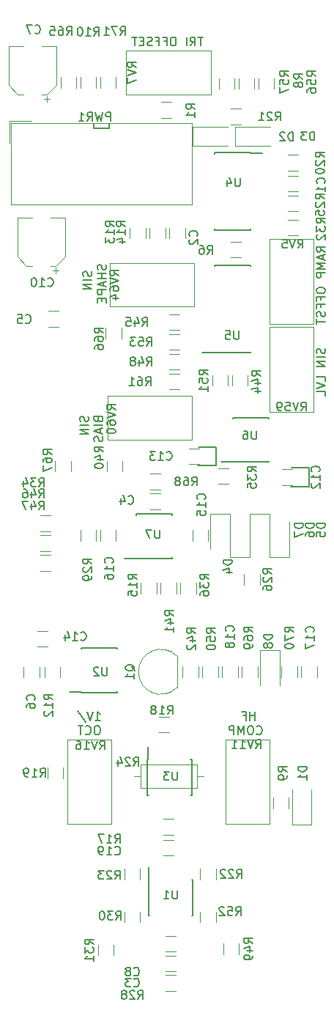
<source format=gbr>
G04 #@! TF.GenerationSoftware,KiCad,Pcbnew,(5.0.1)-4*
G04 #@! TF.CreationDate,2019-03-05T01:35:27-06:00*
G04 #@! TF.ProjectId,VCO,56434F2E6B696361645F706362000000,rev?*
G04 #@! TF.SameCoordinates,Original*
G04 #@! TF.FileFunction,Legend,Bot*
G04 #@! TF.FilePolarity,Positive*
%FSLAX46Y46*%
G04 Gerber Fmt 4.6, Leading zero omitted, Abs format (unit mm)*
G04 Created by KiCad (PCBNEW (5.0.1)-4) date 3/5/2019 1:35:27*
%MOMM*%
%LPD*%
G01*
G04 APERTURE LIST*
%ADD10C,0.150000*%
%ADD11C,0.120000*%
G04 APERTURE END LIST*
D10*
X178938987Y158046498D02*
X176843487Y158046498D01*
X178938987Y160205498D02*
X178938987Y158046498D01*
X176906987Y160205498D02*
X178938987Y160205498D01*
X168148000Y160464500D02*
X166052500Y160464500D01*
X168148000Y162623500D02*
X168148000Y160464500D01*
X166116000Y162623500D02*
X168148000Y162623500D01*
X154051000Y199961500D02*
X154051000Y199390000D01*
X155829000Y199390000D02*
X154051000Y199390000D01*
X155829000Y199961500D02*
X155829000Y199390000D01*
X172672238Y131055619D02*
X172672238Y132055619D01*
X172672238Y131579428D02*
X172100809Y131579428D01*
X172100809Y131055619D02*
X172100809Y132055619D01*
X171291285Y131579428D02*
X171624619Y131579428D01*
X171624619Y131055619D02*
X171624619Y132055619D01*
X171148428Y132055619D01*
X172862714Y129500857D02*
X172910333Y129453238D01*
X173053190Y129405619D01*
X173148428Y129405619D01*
X173291285Y129453238D01*
X173386523Y129548476D01*
X173434142Y129643714D01*
X173481761Y129834190D01*
X173481761Y129977047D01*
X173434142Y130167523D01*
X173386523Y130262761D01*
X173291285Y130358000D01*
X173148428Y130405619D01*
X173053190Y130405619D01*
X172910333Y130358000D01*
X172862714Y130310380D01*
X172243666Y130405619D02*
X172053190Y130405619D01*
X171957952Y130358000D01*
X171862714Y130262761D01*
X171815095Y130072285D01*
X171815095Y129738952D01*
X171862714Y129548476D01*
X171957952Y129453238D01*
X172053190Y129405619D01*
X172243666Y129405619D01*
X172338904Y129453238D01*
X172434142Y129548476D01*
X172481761Y129738952D01*
X172481761Y130072285D01*
X172434142Y130262761D01*
X172338904Y130358000D01*
X172243666Y130405619D01*
X171386523Y129405619D02*
X171386523Y130405619D01*
X171053190Y129691333D01*
X170719857Y130405619D01*
X170719857Y129405619D01*
X170243666Y129405619D02*
X170243666Y130405619D01*
X169862714Y130405619D01*
X169767476Y130358000D01*
X169719857Y130310380D01*
X169672238Y130215142D01*
X169672238Y130072285D01*
X169719857Y129977047D01*
X169767476Y129929428D01*
X169862714Y129881809D01*
X170243666Y129881809D01*
X154209666Y131055619D02*
X154781095Y131055619D01*
X154495380Y131055619D02*
X154495380Y132055619D01*
X154590619Y131912761D01*
X154685857Y131817523D01*
X154781095Y131769904D01*
X153923952Y132055619D02*
X153590619Y131055619D01*
X153257285Y132055619D01*
X152209666Y132103238D02*
X153066809Y130817523D01*
X154519190Y130405619D02*
X154328714Y130405619D01*
X154233476Y130358000D01*
X154138238Y130262761D01*
X154090619Y130072285D01*
X154090619Y129738952D01*
X154138238Y129548476D01*
X154233476Y129453238D01*
X154328714Y129405619D01*
X154519190Y129405619D01*
X154614428Y129453238D01*
X154709666Y129548476D01*
X154757285Y129738952D01*
X154757285Y130072285D01*
X154709666Y130262761D01*
X154614428Y130358000D01*
X154519190Y130405619D01*
X153090619Y129500857D02*
X153138238Y129453238D01*
X153281095Y129405619D01*
X153376333Y129405619D01*
X153519190Y129453238D01*
X153614428Y129548476D01*
X153662047Y129643714D01*
X153709666Y129834190D01*
X153709666Y129977047D01*
X153662047Y130167523D01*
X153614428Y130262761D01*
X153519190Y130358000D01*
X153376333Y130405619D01*
X153281095Y130405619D01*
X153138238Y130358000D01*
X153090619Y130310380D01*
X152804904Y130405619D02*
X152233476Y130405619D01*
X152519190Y129405619D02*
X152519190Y130405619D01*
X180744761Y173989666D02*
X180792380Y173846809D01*
X180792380Y173608714D01*
X180744761Y173513476D01*
X180697142Y173465857D01*
X180601904Y173418238D01*
X180506666Y173418238D01*
X180411428Y173465857D01*
X180363809Y173513476D01*
X180316190Y173608714D01*
X180268571Y173799190D01*
X180220952Y173894428D01*
X180173333Y173942047D01*
X180078095Y173989666D01*
X179982857Y173989666D01*
X179887619Y173942047D01*
X179840000Y173894428D01*
X179792380Y173799190D01*
X179792380Y173561095D01*
X179840000Y173418238D01*
X180792380Y172989666D02*
X179792380Y172989666D01*
X180792380Y172513476D02*
X179792380Y172513476D01*
X180792380Y171942047D01*
X179792380Y171942047D01*
X180792380Y170227761D02*
X180792380Y170703952D01*
X179792380Y170703952D01*
X179792380Y170037285D02*
X180792380Y169703952D01*
X179792380Y169370619D01*
X180792380Y168561095D02*
X180792380Y169037285D01*
X179792380Y169037285D01*
X153376761Y166147571D02*
X153424380Y166004714D01*
X153424380Y165766619D01*
X153376761Y165671380D01*
X153329142Y165623761D01*
X153233904Y165576142D01*
X153138666Y165576142D01*
X153043428Y165623761D01*
X152995809Y165671380D01*
X152948190Y165766619D01*
X152900571Y165957095D01*
X152852952Y166052333D01*
X152805333Y166099952D01*
X152710095Y166147571D01*
X152614857Y166147571D01*
X152519619Y166099952D01*
X152472000Y166052333D01*
X152424380Y165957095D01*
X152424380Y165719000D01*
X152472000Y165576142D01*
X153424380Y165147571D02*
X152424380Y165147571D01*
X153424380Y164671380D02*
X152424380Y164671380D01*
X153424380Y164099952D01*
X152424380Y164099952D01*
X154550571Y165790428D02*
X154598190Y165647571D01*
X154645809Y165599952D01*
X154741047Y165552333D01*
X154883904Y165552333D01*
X154979142Y165599952D01*
X155026761Y165647571D01*
X155074380Y165742809D01*
X155074380Y166123761D01*
X154074380Y166123761D01*
X154074380Y165790428D01*
X154122000Y165695190D01*
X154169619Y165647571D01*
X154264857Y165599952D01*
X154360095Y165599952D01*
X154455333Y165647571D01*
X154502952Y165695190D01*
X154550571Y165790428D01*
X154550571Y166123761D01*
X155074380Y165123761D02*
X154074380Y165123761D01*
X154788666Y164695190D02*
X154788666Y164219000D01*
X155074380Y164790428D02*
X154074380Y164457095D01*
X155074380Y164123761D01*
X155026761Y163838047D02*
X155074380Y163695190D01*
X155074380Y163457095D01*
X155026761Y163361857D01*
X154979142Y163314238D01*
X154883904Y163266619D01*
X154788666Y163266619D01*
X154693428Y163314238D01*
X154645809Y163361857D01*
X154598190Y163457095D01*
X154550571Y163647571D01*
X154502952Y163742809D01*
X154455333Y163790428D01*
X154360095Y163838047D01*
X154264857Y163838047D01*
X154169619Y163790428D01*
X154122000Y163742809D01*
X154074380Y163647571D01*
X154074380Y163409476D01*
X154122000Y163266619D01*
X153757761Y182911571D02*
X153805380Y182768714D01*
X153805380Y182530619D01*
X153757761Y182435380D01*
X153710142Y182387761D01*
X153614904Y182340142D01*
X153519666Y182340142D01*
X153424428Y182387761D01*
X153376809Y182435380D01*
X153329190Y182530619D01*
X153281571Y182721095D01*
X153233952Y182816333D01*
X153186333Y182863952D01*
X153091095Y182911571D01*
X152995857Y182911571D01*
X152900619Y182863952D01*
X152853000Y182816333D01*
X152805380Y182721095D01*
X152805380Y182483000D01*
X152853000Y182340142D01*
X153805380Y181911571D02*
X152805380Y181911571D01*
X153805380Y181435380D02*
X152805380Y181435380D01*
X153805380Y180863952D01*
X152805380Y180863952D01*
X155407761Y183673476D02*
X155455380Y183530619D01*
X155455380Y183292523D01*
X155407761Y183197285D01*
X155360142Y183149666D01*
X155264904Y183102047D01*
X155169666Y183102047D01*
X155074428Y183149666D01*
X155026809Y183197285D01*
X154979190Y183292523D01*
X154931571Y183483000D01*
X154883952Y183578238D01*
X154836333Y183625857D01*
X154741095Y183673476D01*
X154645857Y183673476D01*
X154550619Y183625857D01*
X154503000Y183578238D01*
X154455380Y183483000D01*
X154455380Y183244904D01*
X154503000Y183102047D01*
X155455380Y182673476D02*
X154455380Y182673476D01*
X154931571Y182673476D02*
X154931571Y182102047D01*
X155455380Y182102047D02*
X154455380Y182102047D01*
X155169666Y181673476D02*
X155169666Y181197285D01*
X155455380Y181768714D02*
X154455380Y181435380D01*
X155455380Y181102047D01*
X155455380Y180768714D02*
X154455380Y180768714D01*
X154455380Y180387761D01*
X154503000Y180292523D01*
X154550619Y180244904D01*
X154645857Y180197285D01*
X154788714Y180197285D01*
X154883952Y180244904D01*
X154931571Y180292523D01*
X154979190Y180387761D01*
X154979190Y180768714D01*
X154931571Y179768714D02*
X154931571Y179435380D01*
X155455380Y179292523D02*
X155455380Y179768714D01*
X154455380Y179768714D01*
X154455380Y179292523D01*
X180792380Y185165523D02*
X180316190Y185498857D01*
X180792380Y185736952D02*
X179792380Y185736952D01*
X179792380Y185356000D01*
X179840000Y185260761D01*
X179887619Y185213142D01*
X179982857Y185165523D01*
X180125714Y185165523D01*
X180220952Y185213142D01*
X180268571Y185260761D01*
X180316190Y185356000D01*
X180316190Y185736952D01*
X180506666Y184784571D02*
X180506666Y184308380D01*
X180792380Y184879809D02*
X179792380Y184546476D01*
X180792380Y184213142D01*
X180792380Y183879809D02*
X179792380Y183879809D01*
X180506666Y183546476D01*
X179792380Y183213142D01*
X180792380Y183213142D01*
X180792380Y182736952D02*
X179792380Y182736952D01*
X179792380Y182356000D01*
X179840000Y182260761D01*
X179887619Y182213142D01*
X179982857Y182165523D01*
X180125714Y182165523D01*
X180220952Y182213142D01*
X180268571Y182260761D01*
X180316190Y182356000D01*
X180316190Y182736952D01*
X179792380Y180784571D02*
X179792380Y180594095D01*
X179840000Y180498857D01*
X179935238Y180403619D01*
X180125714Y180356000D01*
X180459047Y180356000D01*
X180649523Y180403619D01*
X180744761Y180498857D01*
X180792380Y180594095D01*
X180792380Y180784571D01*
X180744761Y180879809D01*
X180649523Y180975047D01*
X180459047Y181022666D01*
X180125714Y181022666D01*
X179935238Y180975047D01*
X179840000Y180879809D01*
X179792380Y180784571D01*
X180268571Y179594095D02*
X180268571Y179927428D01*
X180792380Y179927428D02*
X179792380Y179927428D01*
X179792380Y179451238D01*
X180268571Y178736952D02*
X180268571Y179070285D01*
X180792380Y179070285D02*
X179792380Y179070285D01*
X179792380Y178594095D01*
X180744761Y178260761D02*
X180792380Y178117904D01*
X180792380Y177879809D01*
X180744761Y177784571D01*
X180697142Y177736952D01*
X180601904Y177689333D01*
X180506666Y177689333D01*
X180411428Y177736952D01*
X180363809Y177784571D01*
X180316190Y177879809D01*
X180268571Y178070285D01*
X180220952Y178165523D01*
X180173333Y178213142D01*
X180078095Y178260761D01*
X179982857Y178260761D01*
X179887619Y178213142D01*
X179840000Y178165523D01*
X179792380Y178070285D01*
X179792380Y177832190D01*
X179840000Y177689333D01*
X179792380Y177403619D02*
X179792380Y176832190D01*
X180792380Y177117904D02*
X179792380Y177117904D01*
X166655238Y209970619D02*
X166083809Y209970619D01*
X166369523Y208970619D02*
X166369523Y209970619D01*
X165179047Y208970619D02*
X165512380Y209446809D01*
X165750476Y208970619D02*
X165750476Y209970619D01*
X165369523Y209970619D01*
X165274285Y209923000D01*
X165226666Y209875380D01*
X165179047Y209780142D01*
X165179047Y209637285D01*
X165226666Y209542047D01*
X165274285Y209494428D01*
X165369523Y209446809D01*
X165750476Y209446809D01*
X164750476Y208970619D02*
X164750476Y209970619D01*
X163321904Y209970619D02*
X163131428Y209970619D01*
X163036190Y209923000D01*
X162940952Y209827761D01*
X162893333Y209637285D01*
X162893333Y209303952D01*
X162940952Y209113476D01*
X163036190Y209018238D01*
X163131428Y208970619D01*
X163321904Y208970619D01*
X163417142Y209018238D01*
X163512380Y209113476D01*
X163560000Y209303952D01*
X163560000Y209637285D01*
X163512380Y209827761D01*
X163417142Y209923000D01*
X163321904Y209970619D01*
X162131428Y209494428D02*
X162464761Y209494428D01*
X162464761Y208970619D02*
X162464761Y209970619D01*
X161988571Y209970619D01*
X161274285Y209494428D02*
X161607619Y209494428D01*
X161607619Y208970619D02*
X161607619Y209970619D01*
X161131428Y209970619D01*
X160798095Y209018238D02*
X160655238Y208970619D01*
X160417142Y208970619D01*
X160321904Y209018238D01*
X160274285Y209065857D01*
X160226666Y209161095D01*
X160226666Y209256333D01*
X160274285Y209351571D01*
X160321904Y209399190D01*
X160417142Y209446809D01*
X160607619Y209494428D01*
X160702857Y209542047D01*
X160750476Y209589666D01*
X160798095Y209684904D01*
X160798095Y209780142D01*
X160750476Y209875380D01*
X160702857Y209923000D01*
X160607619Y209970619D01*
X160369523Y209970619D01*
X160226666Y209923000D01*
X159798095Y209494428D02*
X159464761Y209494428D01*
X159321904Y208970619D02*
X159798095Y208970619D01*
X159798095Y209970619D01*
X159321904Y209970619D01*
X159036190Y209970619D02*
X158464761Y209970619D01*
X158750476Y208970619D02*
X158750476Y209970619D01*
D11*
G04 #@! TO.C,C7*
X148936500Y202808500D02*
X148311500Y202808500D01*
X148624000Y202496000D02*
X148624000Y203121000D01*
X145243437Y203361000D02*
X144179000Y204425437D01*
X148634563Y203361000D02*
X149699000Y204425437D01*
X148634563Y203361000D02*
X147999000Y203361000D01*
X145243437Y203361000D02*
X145879000Y203361000D01*
X144179000Y204425437D02*
X144179000Y208881000D01*
X149699000Y204425437D02*
X149699000Y208881000D01*
X149699000Y208881000D02*
X147999000Y208881000D01*
X144179000Y208881000D02*
X145879000Y208881000D01*
G04 #@! TO.C,C10*
X149952500Y182996500D02*
X149327500Y182996500D01*
X149640000Y182684000D02*
X149640000Y183309000D01*
X146259437Y183549000D02*
X145195000Y184613437D01*
X149650563Y183549000D02*
X150715000Y184613437D01*
X149650563Y183549000D02*
X149015000Y183549000D01*
X146259437Y183549000D02*
X146895000Y183549000D01*
X145195000Y184613437D02*
X145195000Y189069000D01*
X150715000Y184613437D02*
X150715000Y189069000D01*
X150715000Y189069000D02*
X149015000Y189069000D01*
X145195000Y189069000D02*
X146895000Y189069000D01*
D10*
G04 #@! TO.C,U1*
X160407652Y112666128D02*
X160407652Y114066128D01*
X165507652Y112666128D02*
X165507652Y108516128D01*
X160357652Y112666128D02*
X160357652Y108516128D01*
X165507652Y112666128D02*
X165362652Y112666128D01*
X165507652Y108516128D02*
X165362652Y108516128D01*
X160357652Y108516128D02*
X160502652Y108516128D01*
X160357652Y112666128D02*
X160407652Y112666128D01*
D11*
G04 #@! TO.C,RV5*
X174381000Y186622000D02*
X174381000Y176852000D01*
X179451000Y186622000D02*
X179451000Y176852000D01*
X174381000Y186622000D02*
X179451000Y186622000D01*
X174381000Y176852000D02*
X179451000Y176852000D01*
D10*
G04 #@! TO.C,U4*
X172128000Y196576000D02*
X173503000Y196576000D01*
X172128000Y187701000D02*
X167978000Y187701000D01*
X172128000Y196601000D02*
X167978000Y196601000D01*
X172128000Y187701000D02*
X172128000Y187816000D01*
X167978000Y187701000D02*
X167978000Y187816000D01*
X167978000Y196601000D02*
X167978000Y196486000D01*
X172128000Y196601000D02*
X172128000Y196576000D01*
G04 #@! TO.C,U2*
X152621633Y134272529D02*
X152621633Y134322529D01*
X156771633Y134272529D02*
X156771633Y134417529D01*
X156771633Y139422529D02*
X156771633Y139277529D01*
X152621633Y139422529D02*
X152621633Y139277529D01*
X152621633Y134272529D02*
X156771633Y134272529D01*
X152621633Y139422529D02*
X156771633Y139422529D01*
X152621633Y134322529D02*
X151221633Y134322529D01*
D11*
G04 #@! TO.C,R12*
X150145633Y137203941D02*
X150145633Y135999813D01*
X148325633Y137203941D02*
X148325633Y135999813D01*
G04 #@! TO.C,R35*
X168434936Y160168000D02*
X169639064Y160168000D01*
X168434936Y158348000D02*
X169639064Y158348000D01*
D10*
G04 #@! TO.C,U3*
X160289000Y126535000D02*
X160289000Y127935000D01*
X165389000Y126535000D02*
X165389000Y122385000D01*
X160239000Y126535000D02*
X160239000Y122385000D01*
X165389000Y126535000D02*
X165244000Y126535000D01*
X165389000Y122385000D02*
X165244000Y122385000D01*
X160239000Y122385000D02*
X160384000Y122385000D01*
X160239000Y126535000D02*
X160289000Y126535000D01*
D11*
G04 #@! TO.C,R24*
X159442872Y123208652D02*
X159442872Y125948652D01*
X159442872Y125948652D02*
X165982872Y125948652D01*
X165982872Y125948652D02*
X165982872Y123208652D01*
X165982872Y123208652D02*
X159442872Y123208652D01*
X158672872Y124578652D02*
X159442872Y124578652D01*
X166752872Y124578652D02*
X165982872Y124578652D01*
G04 #@! TO.C,Q1*
X163648000Y138452000D02*
X163648000Y134852000D01*
X163636478Y138490478D02*
G75*
G03X159198000Y136652000I-1838478J-1838478D01*
G01*
X163636478Y134813522D02*
G75*
G02X159198000Y136652000I-1838478J1838478D01*
G01*
G04 #@! TO.C,C1*
X176435936Y192130000D02*
X177640064Y192130000D01*
X176435936Y193950000D02*
X177640064Y193950000D01*
G04 #@! TO.C,C2*
X164613000Y187927064D02*
X164613000Y186722936D01*
X162793000Y187927064D02*
X162793000Y186722936D01*
G04 #@! TO.C,C3*
X163534716Y103881128D02*
X162330588Y103881128D01*
X163534716Y102061128D02*
X162330588Y102061128D01*
G04 #@! TO.C,C4*
X160560936Y157247000D02*
X161765064Y157247000D01*
X160560936Y155427000D02*
X161765064Y155427000D01*
G04 #@! TO.C,C5*
X149954064Y178329000D02*
X148749936Y178329000D01*
X149954064Y176509000D02*
X148749936Y176509000D01*
G04 #@! TO.C,C6*
X145912633Y137203941D02*
X145912633Y135999813D01*
X147732633Y137203941D02*
X147732633Y135999813D01*
G04 #@! TO.C,C8*
X162330588Y104347128D02*
X163534716Y104347128D01*
X162330588Y106167128D02*
X163534716Y106167128D01*
G04 #@! TO.C,C12*
X177005064Y160041000D02*
X175800936Y160041000D01*
X177005064Y158221000D02*
X175800936Y158221000D01*
G04 #@! TO.C,C13*
X166210064Y160634000D02*
X165005936Y160634000D01*
X166210064Y162454000D02*
X165005936Y162454000D01*
G04 #@! TO.C,C14*
X147479936Y141372000D02*
X148684064Y141372000D01*
X147479936Y139552000D02*
X148684064Y139552000D01*
G04 #@! TO.C,C15*
X165460000Y151797936D02*
X165460000Y153002064D01*
X167280000Y151797936D02*
X167280000Y153002064D01*
G04 #@! TO.C,C16*
X154792000Y153002064D02*
X154792000Y151797936D01*
X156612000Y153002064D02*
X156612000Y151797936D01*
G04 #@! TO.C,C17*
X178033000Y136049936D02*
X178033000Y137254064D01*
X179853000Y136049936D02*
X179853000Y137254064D01*
G04 #@! TO.C,C18*
X170709000Y137254064D02*
X170709000Y136049936D01*
X168889000Y137254064D02*
X168889000Y136049936D01*
G04 #@! TO.C,C19*
X163289064Y115422000D02*
X162084936Y115422000D01*
X163289064Y117242000D02*
X162084936Y117242000D01*
G04 #@! TO.C,D1*
X176952402Y119036170D02*
X176952402Y123096170D01*
X179222402Y119036170D02*
X176952402Y119036170D01*
X179222402Y123096170D02*
X179222402Y119036170D01*
G04 #@! TO.C,D2*
X169494000Y197366000D02*
X165434000Y197366000D01*
X165434000Y197366000D02*
X165434000Y199636000D01*
X165434000Y199636000D02*
X169494000Y199636000D01*
G04 #@! TO.C,D3*
X170387000Y199636000D02*
X174447000Y199636000D01*
X170387000Y197366000D02*
X170387000Y199636000D01*
X174447000Y197366000D02*
X170387000Y197366000D01*
G04 #@! TO.C,D4*
X169791000Y154860000D02*
X169791000Y150800000D01*
X167521000Y154860000D02*
X169791000Y154860000D01*
X167521000Y150800000D02*
X167521000Y154860000D01*
G04 #@! TO.C,D5*
X176649000Y154000000D02*
X176649000Y149940000D01*
X176649000Y149940000D02*
X174379000Y149940000D01*
X174379000Y149940000D02*
X174379000Y154000000D01*
G04 #@! TO.C,D6*
X174363000Y154860000D02*
X174363000Y150800000D01*
X172093000Y154860000D02*
X174363000Y154860000D01*
X172093000Y150800000D02*
X172093000Y154860000D01*
G04 #@! TO.C,D7*
X172077000Y154000000D02*
X172077000Y149940000D01*
X172077000Y149940000D02*
X169807000Y149940000D01*
X169807000Y149940000D02*
X169807000Y154000000D01*
G04 #@! TO.C,D8*
X173236000Y135052000D02*
X173236000Y139112000D01*
X173236000Y139112000D02*
X175506000Y139112000D01*
X175506000Y139112000D02*
X175506000Y135052000D01*
G04 #@! TO.C,PWR1*
X144510000Y190651000D02*
X165370000Y190651000D01*
X165370000Y190651000D02*
X165370000Y200001000D01*
X165370000Y200001000D02*
X144510000Y200001000D01*
X144510000Y200001000D02*
X144510000Y190651000D01*
X144260000Y200251000D02*
X146800000Y200251000D01*
X144260000Y200251000D02*
X144260000Y197711000D01*
G04 #@! TO.C,R1*
X161830936Y200639000D02*
X163035064Y200639000D01*
X161830936Y202459000D02*
X163035064Y202459000D01*
G04 #@! TO.C,R6*
X169831936Y184510000D02*
X171036064Y184510000D01*
X169831936Y186330000D02*
X171036064Y186330000D01*
G04 #@! TO.C,R8*
X172614000Y203994936D02*
X172614000Y205199064D01*
X170794000Y203994936D02*
X170794000Y205199064D01*
G04 #@! TO.C,R9*
X176584402Y122098234D02*
X176584402Y120894106D01*
X174764402Y122098234D02*
X174764402Y120894106D01*
G04 #@! TO.C,R10*
X152506000Y204121936D02*
X152506000Y205326064D01*
X154326000Y204121936D02*
X154326000Y205326064D01*
G04 #@! TO.C,R13*
X158221000Y186722936D02*
X158221000Y187927064D01*
X160041000Y186722936D02*
X160041000Y187927064D01*
G04 #@! TO.C,R14*
X162327000Y186722936D02*
X162327000Y187927064D01*
X160507000Y186722936D02*
X160507000Y187927064D01*
G04 #@! TO.C,R15*
X161311000Y146906064D02*
X161311000Y145701936D01*
X159491000Y146906064D02*
X159491000Y145701936D01*
G04 #@! TO.C,R17*
X163289064Y117835000D02*
X162084936Y117835000D01*
X163289064Y119655000D02*
X162084936Y119655000D01*
G04 #@! TO.C,R18*
X162781064Y129646000D02*
X161576936Y129646000D01*
X162781064Y131466000D02*
X161576936Y131466000D01*
G04 #@! TO.C,R19*
X150516000Y124365936D02*
X150516000Y125570064D01*
X148696000Y124365936D02*
X148696000Y125570064D01*
G04 #@! TO.C,R20*
X177640064Y196363000D02*
X176435936Y196363000D01*
X177640064Y194543000D02*
X176435936Y194543000D01*
G04 #@! TO.C,R21*
X171036064Y199877000D02*
X169831936Y199877000D01*
X171036064Y201697000D02*
X169831936Y201697000D01*
G04 #@! TO.C,R22*
X166349000Y113886064D02*
X166349000Y112681936D01*
X168169000Y113886064D02*
X168169000Y112681936D01*
G04 #@! TO.C,R23*
X159406000Y112681936D02*
X159406000Y113886064D01*
X157586000Y112681936D02*
X157586000Y113886064D01*
G04 #@! TO.C,R25*
X177640064Y189844000D02*
X176435936Y189844000D01*
X177640064Y191664000D02*
X176435936Y191664000D01*
G04 #@! TO.C,R26*
X171429000Y146717936D02*
X171429000Y147922064D01*
X173249000Y146717936D02*
X173249000Y147922064D01*
G04 #@! TO.C,R28*
X162338936Y99801000D02*
X163543064Y99801000D01*
X162338936Y101621000D02*
X163543064Y101621000D01*
G04 #@! TO.C,R29*
X152506000Y153002064D02*
X152506000Y151797936D01*
X154326000Y153002064D02*
X154326000Y151797936D01*
G04 #@! TO.C,R30*
X159406000Y108933064D02*
X159406000Y107728936D01*
X157586000Y108933064D02*
X157586000Y107728936D01*
G04 #@! TO.C,R31*
X156358000Y103918936D02*
X156358000Y105123064D01*
X154538000Y103918936D02*
X154538000Y105123064D01*
G04 #@! TO.C,R32*
X176435936Y187050000D02*
X177640064Y187050000D01*
X176435936Y188870000D02*
X177640064Y188870000D01*
G04 #@! TO.C,R34*
X149065064Y154707000D02*
X147860936Y154707000D01*
X149065064Y152887000D02*
X147860936Y152887000D01*
G04 #@! TO.C,R36*
X165883000Y145701936D02*
X165883000Y146906064D01*
X164063000Y145701936D02*
X164063000Y146906064D01*
G04 #@! TO.C,R40*
X157374000Y161003064D02*
X157374000Y159798936D01*
X155554000Y161003064D02*
X155554000Y159798936D01*
G04 #@! TO.C,R41*
X163597000Y146906064D02*
X163597000Y145701936D01*
X161777000Y146906064D02*
X161777000Y145701936D01*
G04 #@! TO.C,R42*
X164317000Y137254064D02*
X164317000Y136049936D01*
X166137000Y137254064D02*
X166137000Y136049936D01*
G04 #@! TO.C,R44*
X171852000Y170909064D02*
X171852000Y169704936D01*
X170032000Y170909064D02*
X170032000Y169704936D01*
G04 #@! TO.C,R45*
X163924064Y177948000D02*
X162719936Y177948000D01*
X163924064Y176128000D02*
X162719936Y176128000D01*
G04 #@! TO.C,R46*
X147860936Y152421000D02*
X149065064Y152421000D01*
X147860936Y150601000D02*
X149065064Y150601000D01*
G04 #@! TO.C,R47*
X147860936Y148315000D02*
X149065064Y148315000D01*
X147860936Y150135000D02*
X149065064Y150135000D01*
G04 #@! TO.C,R48*
X163924064Y171556000D02*
X162719936Y171556000D01*
X163924064Y173376000D02*
X162719936Y173376000D01*
G04 #@! TO.C,R49*
X169016000Y104045936D02*
X169016000Y105250064D01*
X170836000Y104045936D02*
X170836000Y105250064D01*
G04 #@! TO.C,R50*
X168423000Y136049936D02*
X168423000Y137254064D01*
X166603000Y136049936D02*
X166603000Y137254064D01*
G04 #@! TO.C,R51*
X167746000Y169704936D02*
X167746000Y170909064D01*
X169566000Y169704936D02*
X169566000Y170909064D01*
G04 #@! TO.C,R52*
X168169000Y108933064D02*
X168169000Y107728936D01*
X166349000Y108933064D02*
X166349000Y107728936D01*
G04 #@! TO.C,R53*
X162719936Y175662000D02*
X163924064Y175662000D01*
X162719936Y173842000D02*
X163924064Y173842000D01*
G04 #@! TO.C,R56*
X173080000Y205199064D02*
X173080000Y203994936D01*
X174900000Y205199064D02*
X174900000Y203994936D01*
G04 #@! TO.C,R57*
X168508000Y203994936D02*
X168508000Y205199064D01*
X170328000Y203994936D02*
X170328000Y205199064D01*
G04 #@! TO.C,R61*
X163924064Y171090000D02*
X162719936Y171090000D01*
X163924064Y169270000D02*
X162719936Y169270000D01*
G04 #@! TO.C,R65*
X152040000Y205326064D02*
X152040000Y204121936D01*
X150220000Y205326064D02*
X150220000Y204121936D01*
G04 #@! TO.C,R66*
X155427000Y176370064D02*
X155427000Y175165936D01*
X157247000Y176370064D02*
X157247000Y175165936D01*
G04 #@! TO.C,R67*
X149585000Y161003064D02*
X149585000Y159798936D01*
X151405000Y161003064D02*
X151405000Y159798936D01*
G04 #@! TO.C,R68*
X161765064Y157713000D02*
X160560936Y157713000D01*
X161765064Y159533000D02*
X160560936Y159533000D01*
G04 #@! TO.C,R69*
X171175000Y136049936D02*
X171175000Y137254064D01*
X172995000Y136049936D02*
X172995000Y137254064D01*
G04 #@! TO.C,R70*
X177567000Y136049936D02*
X177567000Y137254064D01*
X175747000Y136049936D02*
X175747000Y137254064D01*
G04 #@! TO.C,R71*
X156612000Y204121936D02*
X156612000Y205326064D01*
X154792000Y204121936D02*
X154792000Y205326064D01*
D10*
G04 #@! TO.C,U5*
X167978000Y173512000D02*
X166603000Y173512000D01*
X167978000Y183637000D02*
X172128000Y183637000D01*
X167978000Y173487000D02*
X172128000Y173487000D01*
X167978000Y183637000D02*
X167978000Y183532000D01*
X172128000Y183637000D02*
X172128000Y183532000D01*
X172128000Y173487000D02*
X172128000Y173592000D01*
X167978000Y173487000D02*
X167978000Y173512000D01*
G04 #@! TO.C,U6*
X170137000Y160874000D02*
X170137000Y160924000D01*
X174287000Y160874000D02*
X174287000Y161019000D01*
X174287000Y166024000D02*
X174287000Y165879000D01*
X170137000Y166024000D02*
X170137000Y165879000D01*
X170137000Y160874000D02*
X174287000Y160874000D01*
X170137000Y166024000D02*
X174287000Y166024000D01*
X170137000Y160924000D02*
X168737000Y160924000D01*
G04 #@! TO.C,U7*
X158969348Y149773872D02*
X157569348Y149773872D01*
X158969348Y154873872D02*
X163119348Y154873872D01*
X158969348Y149723872D02*
X163119348Y149723872D01*
X158969348Y154873872D02*
X158969348Y154728872D01*
X163119348Y154873872D02*
X163119348Y154728872D01*
X163119348Y149723872D02*
X163119348Y149868872D01*
X158969348Y149723872D02*
X158969348Y149773872D01*
D11*
G04 #@! TO.C,RV7*
X167572000Y203337000D02*
X167572000Y208407000D01*
X157802000Y203337000D02*
X157802000Y208407000D01*
X157802000Y208407000D02*
X167572000Y208407000D01*
X157802000Y203337000D02*
X167572000Y203337000D01*
G04 #@! TO.C,RV11*
X174361000Y128837000D02*
X169291000Y128837000D01*
X174361000Y119067000D02*
X169291000Y119067000D01*
X169291000Y119067000D02*
X169291000Y128837000D01*
X174361000Y119067000D02*
X174361000Y128837000D01*
G04 #@! TO.C,RV16*
X151013000Y128837000D02*
X151013000Y119067000D01*
X156083000Y128837000D02*
X156083000Y119067000D01*
X151013000Y128837000D02*
X156083000Y128837000D01*
X151013000Y119067000D02*
X156083000Y119067000D01*
G04 #@! TO.C,RV59*
X174381000Y176462000D02*
X174381000Y166692000D01*
X179451000Y176462000D02*
X179451000Y166692000D01*
X174381000Y176462000D02*
X179451000Y176462000D01*
X174381000Y166692000D02*
X179451000Y166692000D01*
G04 #@! TO.C,RV60*
X155643000Y163459000D02*
X165413000Y163459000D01*
X155643000Y168529000D02*
X165413000Y168529000D01*
X155643000Y163459000D02*
X155643000Y168529000D01*
X165413000Y163459000D02*
X165413000Y168529000D01*
G04 #@! TO.C,RV64*
X155897000Y183886000D02*
X155897000Y178816000D01*
X165667000Y183886000D02*
X165667000Y178816000D01*
X165667000Y178816000D02*
X155897000Y178816000D01*
X165667000Y183886000D02*
X155897000Y183886000D01*
G04 #@! TO.C,C7*
D10*
X147232666Y210462857D02*
X147280285Y210415238D01*
X147423142Y210367619D01*
X147518380Y210367619D01*
X147661238Y210415238D01*
X147756476Y210510476D01*
X147804095Y210605714D01*
X147851714Y210796190D01*
X147851714Y210939047D01*
X147804095Y211129523D01*
X147756476Y211224761D01*
X147661238Y211320000D01*
X147518380Y211367619D01*
X147423142Y211367619D01*
X147280285Y211320000D01*
X147232666Y211272380D01*
X146899333Y211367619D02*
X146232666Y211367619D01*
X146661238Y210367619D01*
G04 #@! TO.C,C10*
X148724857Y181252857D02*
X148772476Y181205238D01*
X148915333Y181157619D01*
X149010571Y181157619D01*
X149153428Y181205238D01*
X149248666Y181300476D01*
X149296285Y181395714D01*
X149343904Y181586190D01*
X149343904Y181729047D01*
X149296285Y181919523D01*
X149248666Y182014761D01*
X149153428Y182110000D01*
X149010571Y182157619D01*
X148915333Y182157619D01*
X148772476Y182110000D01*
X148724857Y182062380D01*
X147772476Y181157619D02*
X148343904Y181157619D01*
X148058190Y181157619D02*
X148058190Y182157619D01*
X148153428Y182014761D01*
X148248666Y181919523D01*
X148343904Y181871904D01*
X147153428Y182157619D02*
X147058190Y182157619D01*
X146962952Y182110000D01*
X146915333Y182062380D01*
X146867714Y181967142D01*
X146820095Y181776666D01*
X146820095Y181538571D01*
X146867714Y181348095D01*
X146915333Y181252857D01*
X146962952Y181205238D01*
X147058190Y181157619D01*
X147153428Y181157619D01*
X147248666Y181205238D01*
X147296285Y181252857D01*
X147343904Y181348095D01*
X147391523Y181538571D01*
X147391523Y181776666D01*
X147343904Y181967142D01*
X147296285Y182062380D01*
X147248666Y182110000D01*
X147153428Y182157619D01*
G04 #@! TO.C,U1*
X163702904Y111418619D02*
X163702904Y110609095D01*
X163655285Y110513857D01*
X163607666Y110466238D01*
X163512428Y110418619D01*
X163321952Y110418619D01*
X163226714Y110466238D01*
X163179095Y110513857D01*
X163131476Y110609095D01*
X163131476Y111418619D01*
X162131476Y110418619D02*
X162702904Y110418619D01*
X162417190Y110418619D02*
X162417190Y111418619D01*
X162512428Y111275761D01*
X162607666Y111180523D01*
X162702904Y111132904D01*
G04 #@! TO.C,RV5*
X177633238Y185602619D02*
X177966571Y186078809D01*
X178204666Y185602619D02*
X178204666Y186602619D01*
X177823714Y186602619D01*
X177728476Y186555000D01*
X177680857Y186507380D01*
X177633238Y186412142D01*
X177633238Y186269285D01*
X177680857Y186174047D01*
X177728476Y186126428D01*
X177823714Y186078809D01*
X178204666Y186078809D01*
X177347523Y186602619D02*
X177014190Y185602619D01*
X176680857Y186602619D01*
X175871333Y186602619D02*
X176347523Y186602619D01*
X176395142Y186126428D01*
X176347523Y186174047D01*
X176252285Y186221666D01*
X176014190Y186221666D01*
X175918952Y186174047D01*
X175871333Y186126428D01*
X175823714Y186031190D01*
X175823714Y185793095D01*
X175871333Y185697857D01*
X175918952Y185650238D01*
X176014190Y185602619D01*
X176252285Y185602619D01*
X176347523Y185650238D01*
X176395142Y185697857D01*
G04 #@! TO.C,U4*
X170941904Y193714619D02*
X170941904Y192905095D01*
X170894285Y192809857D01*
X170846666Y192762238D01*
X170751428Y192714619D01*
X170560952Y192714619D01*
X170465714Y192762238D01*
X170418095Y192809857D01*
X170370476Y192905095D01*
X170370476Y193714619D01*
X169465714Y193381285D02*
X169465714Y192714619D01*
X169703809Y193762238D02*
X169941904Y193047952D01*
X169322857Y193047952D01*
G04 #@! TO.C,U2*
X155574904Y137199619D02*
X155574904Y136390095D01*
X155527285Y136294857D01*
X155479666Y136247238D01*
X155384428Y136199619D01*
X155193952Y136199619D01*
X155098714Y136247238D01*
X155051095Y136294857D01*
X155003476Y136390095D01*
X155003476Y137199619D01*
X154574904Y137104380D02*
X154527285Y137152000D01*
X154432047Y137199619D01*
X154193952Y137199619D01*
X154098714Y137152000D01*
X154051095Y137104380D01*
X154003476Y137009142D01*
X154003476Y136913904D01*
X154051095Y136771047D01*
X154622523Y136199619D01*
X154003476Y136199619D01*
G04 #@! TO.C,R12*
X149296380Y133434734D02*
X148820190Y133768067D01*
X149296380Y134006162D02*
X148296380Y134006162D01*
X148296380Y133625210D01*
X148344000Y133529972D01*
X148391619Y133482353D01*
X148486857Y133434734D01*
X148629714Y133434734D01*
X148724952Y133482353D01*
X148772571Y133529972D01*
X148820190Y133625210D01*
X148820190Y134006162D01*
X149296380Y132482353D02*
X149296380Y133053781D01*
X149296380Y132768067D02*
X148296380Y132768067D01*
X148439238Y132863305D01*
X148534476Y132958543D01*
X148582095Y133053781D01*
X148391619Y132101400D02*
X148344000Y132053781D01*
X148296380Y131958543D01*
X148296380Y131720448D01*
X148344000Y131625210D01*
X148391619Y131577591D01*
X148486857Y131529972D01*
X148582095Y131529972D01*
X148724952Y131577591D01*
X149296380Y132149019D01*
X149296380Y131529972D01*
G04 #@! TO.C,R35*
X172791380Y159773857D02*
X172315190Y160107190D01*
X172791380Y160345285D02*
X171791380Y160345285D01*
X171791380Y159964333D01*
X171839000Y159869095D01*
X171886619Y159821476D01*
X171981857Y159773857D01*
X172124714Y159773857D01*
X172219952Y159821476D01*
X172267571Y159869095D01*
X172315190Y159964333D01*
X172315190Y160345285D01*
X171791380Y159440523D02*
X171791380Y158821476D01*
X172172333Y159154809D01*
X172172333Y159011952D01*
X172219952Y158916714D01*
X172267571Y158869095D01*
X172362809Y158821476D01*
X172600904Y158821476D01*
X172696142Y158869095D01*
X172743761Y158916714D01*
X172791380Y159011952D01*
X172791380Y159297666D01*
X172743761Y159392904D01*
X172696142Y159440523D01*
X171791380Y157916714D02*
X171791380Y158392904D01*
X172267571Y158440523D01*
X172219952Y158392904D01*
X172172333Y158297666D01*
X172172333Y158059571D01*
X172219952Y157964333D01*
X172267571Y157916714D01*
X172362809Y157869095D01*
X172600904Y157869095D01*
X172696142Y157916714D01*
X172743761Y157964333D01*
X172791380Y158059571D01*
X172791380Y158297666D01*
X172743761Y158392904D01*
X172696142Y158440523D01*
G04 #@! TO.C,U3*
X163702904Y125134619D02*
X163702904Y124325095D01*
X163655285Y124229857D01*
X163607666Y124182238D01*
X163512428Y124134619D01*
X163321952Y124134619D01*
X163226714Y124182238D01*
X163179095Y124229857D01*
X163131476Y124325095D01*
X163131476Y125134619D01*
X162750523Y125134619D02*
X162131476Y125134619D01*
X162464809Y124753666D01*
X162321952Y124753666D01*
X162226714Y124706047D01*
X162179095Y124658428D01*
X162131476Y124563190D01*
X162131476Y124325095D01*
X162179095Y124229857D01*
X162226714Y124182238D01*
X162321952Y124134619D01*
X162607666Y124134619D01*
X162702904Y124182238D01*
X162750523Y124229857D01*
G04 #@! TO.C,R24*
X158630857Y125785619D02*
X158964190Y126261809D01*
X159202285Y125785619D02*
X159202285Y126785619D01*
X158821333Y126785619D01*
X158726095Y126738000D01*
X158678476Y126690380D01*
X158630857Y126595142D01*
X158630857Y126452285D01*
X158678476Y126357047D01*
X158726095Y126309428D01*
X158821333Y126261809D01*
X159202285Y126261809D01*
X158249904Y126690380D02*
X158202285Y126738000D01*
X158107047Y126785619D01*
X157868952Y126785619D01*
X157773714Y126738000D01*
X157726095Y126690380D01*
X157678476Y126595142D01*
X157678476Y126499904D01*
X157726095Y126357047D01*
X158297523Y125785619D01*
X157678476Y125785619D01*
X156821333Y126452285D02*
X156821333Y125785619D01*
X157059428Y126833238D02*
X157297523Y126118952D01*
X156678476Y126118952D01*
G04 #@! TO.C,Q1*
X158785619Y136747238D02*
X158738000Y136842476D01*
X158642761Y136937714D01*
X158499904Y137080571D01*
X158452285Y137175809D01*
X158452285Y137271047D01*
X158690380Y137223428D02*
X158642761Y137318666D01*
X158547523Y137413904D01*
X158357047Y137461523D01*
X158023714Y137461523D01*
X157833238Y137413904D01*
X157738000Y137318666D01*
X157690380Y137223428D01*
X157690380Y137032952D01*
X157738000Y136937714D01*
X157833238Y136842476D01*
X158023714Y136794857D01*
X158357047Y136794857D01*
X158547523Y136842476D01*
X158642761Y136937714D01*
X158690380Y137032952D01*
X158690380Y137223428D01*
X158690380Y135842476D02*
X158690380Y136413904D01*
X158690380Y136128190D02*
X157690380Y136128190D01*
X157833238Y136223428D01*
X157928476Y136318666D01*
X157976095Y136413904D01*
G04 #@! TO.C,C1*
X180697142Y193079666D02*
X180744761Y193127285D01*
X180792380Y193270142D01*
X180792380Y193365380D01*
X180744761Y193508238D01*
X180649523Y193603476D01*
X180554285Y193651095D01*
X180363809Y193698714D01*
X180220952Y193698714D01*
X180030476Y193651095D01*
X179935238Y193603476D01*
X179840000Y193508238D01*
X179792380Y193365380D01*
X179792380Y193270142D01*
X179840000Y193127285D01*
X179887619Y193079666D01*
X180792380Y192127285D02*
X180792380Y192698714D01*
X180792380Y192413000D02*
X179792380Y192413000D01*
X179935238Y192508238D01*
X180030476Y192603476D01*
X180078095Y192698714D01*
G04 #@! TO.C,C2*
X165965142Y186983666D02*
X166012761Y187031285D01*
X166060380Y187174142D01*
X166060380Y187269380D01*
X166012761Y187412238D01*
X165917523Y187507476D01*
X165822285Y187555095D01*
X165631809Y187602714D01*
X165488952Y187602714D01*
X165298476Y187555095D01*
X165203238Y187507476D01*
X165108000Y187412238D01*
X165060380Y187269380D01*
X165060380Y187174142D01*
X165108000Y187031285D01*
X165155619Y186983666D01*
X165155619Y186602714D02*
X165108000Y186555095D01*
X165060380Y186459857D01*
X165060380Y186221761D01*
X165108000Y186126523D01*
X165155619Y186078904D01*
X165250857Y186031285D01*
X165346095Y186031285D01*
X165488952Y186078904D01*
X166060380Y186650333D01*
X166060380Y186031285D01*
G04 #@! TO.C,C3*
X158662666Y100353857D02*
X158710285Y100306238D01*
X158853142Y100258619D01*
X158948380Y100258619D01*
X159091238Y100306238D01*
X159186476Y100401476D01*
X159234095Y100496714D01*
X159281714Y100687190D01*
X159281714Y100830047D01*
X159234095Y101020523D01*
X159186476Y101115761D01*
X159091238Y101211000D01*
X158948380Y101258619D01*
X158853142Y101258619D01*
X158710285Y101211000D01*
X158662666Y101163380D01*
X158329333Y101258619D02*
X157710285Y101258619D01*
X158043619Y100877666D01*
X157900761Y100877666D01*
X157805523Y100830047D01*
X157757904Y100782428D01*
X157710285Y100687190D01*
X157710285Y100449095D01*
X157757904Y100353857D01*
X157805523Y100306238D01*
X157900761Y100258619D01*
X158186476Y100258619D01*
X158281714Y100306238D01*
X158329333Y100353857D01*
G04 #@! TO.C,C4*
X158027666Y156106857D02*
X158075285Y156059238D01*
X158218142Y156011619D01*
X158313380Y156011619D01*
X158456238Y156059238D01*
X158551476Y156154476D01*
X158599095Y156249714D01*
X158646714Y156440190D01*
X158646714Y156583047D01*
X158599095Y156773523D01*
X158551476Y156868761D01*
X158456238Y156964000D01*
X158313380Y157011619D01*
X158218142Y157011619D01*
X158075285Y156964000D01*
X158027666Y156916380D01*
X157170523Y156678285D02*
X157170523Y156011619D01*
X157408619Y157059238D02*
X157646714Y156344952D01*
X157027666Y156344952D01*
G04 #@! TO.C,C5*
X146153166Y176998357D02*
X146200785Y176950738D01*
X146343642Y176903119D01*
X146438880Y176903119D01*
X146581738Y176950738D01*
X146676976Y177045976D01*
X146724595Y177141214D01*
X146772214Y177331690D01*
X146772214Y177474547D01*
X146724595Y177665023D01*
X146676976Y177760261D01*
X146581738Y177855500D01*
X146438880Y177903119D01*
X146343642Y177903119D01*
X146200785Y177855500D01*
X146153166Y177807880D01*
X145248404Y177903119D02*
X145724595Y177903119D01*
X145772214Y177426928D01*
X145724595Y177474547D01*
X145629357Y177522166D01*
X145391261Y177522166D01*
X145296023Y177474547D01*
X145248404Y177426928D01*
X145200785Y177331690D01*
X145200785Y177093595D01*
X145248404Y176998357D01*
X145296023Y176950738D01*
X145391261Y176903119D01*
X145629357Y176903119D01*
X145724595Y176950738D01*
X145772214Y176998357D01*
G04 #@! TO.C,C6*
X147169142Y133389666D02*
X147216761Y133437285D01*
X147264380Y133580142D01*
X147264380Y133675380D01*
X147216761Y133818238D01*
X147121523Y133913476D01*
X147026285Y133961095D01*
X146835809Y134008714D01*
X146692952Y134008714D01*
X146502476Y133961095D01*
X146407238Y133913476D01*
X146312000Y133818238D01*
X146264380Y133675380D01*
X146264380Y133580142D01*
X146312000Y133437285D01*
X146359619Y133389666D01*
X146264380Y132532523D02*
X146264380Y132723000D01*
X146312000Y132818238D01*
X146359619Y132865857D01*
X146502476Y132961095D01*
X146692952Y133008714D01*
X147073904Y133008714D01*
X147169142Y132961095D01*
X147216761Y132913476D01*
X147264380Y132818238D01*
X147264380Y132627761D01*
X147216761Y132532523D01*
X147169142Y132484904D01*
X147073904Y132437285D01*
X146835809Y132437285D01*
X146740571Y132484904D01*
X146692952Y132532523D01*
X146645333Y132627761D01*
X146645333Y132818238D01*
X146692952Y132913476D01*
X146740571Y132961095D01*
X146835809Y133008714D01*
G04 #@! TO.C,C8*
X158662666Y101623857D02*
X158710285Y101576238D01*
X158853142Y101528619D01*
X158948380Y101528619D01*
X159091238Y101576238D01*
X159186476Y101671476D01*
X159234095Y101766714D01*
X159281714Y101957190D01*
X159281714Y102100047D01*
X159234095Y102290523D01*
X159186476Y102385761D01*
X159091238Y102481000D01*
X158948380Y102528619D01*
X158853142Y102528619D01*
X158710285Y102481000D01*
X158662666Y102433380D01*
X158091238Y102100047D02*
X158186476Y102147666D01*
X158234095Y102195285D01*
X158281714Y102290523D01*
X158281714Y102338142D01*
X158234095Y102433380D01*
X158186476Y102481000D01*
X158091238Y102528619D01*
X157900761Y102528619D01*
X157805523Y102481000D01*
X157757904Y102433380D01*
X157710285Y102338142D01*
X157710285Y102290523D01*
X157757904Y102195285D01*
X157805523Y102147666D01*
X157900761Y102100047D01*
X158091238Y102100047D01*
X158186476Y102052428D01*
X158234095Y102004809D01*
X158281714Y101909571D01*
X158281714Y101719095D01*
X158234095Y101623857D01*
X158186476Y101576238D01*
X158091238Y101528619D01*
X157900761Y101528619D01*
X157805523Y101576238D01*
X157757904Y101623857D01*
X157710285Y101719095D01*
X157710285Y101909571D01*
X157757904Y102004809D01*
X157805523Y102052428D01*
X157900761Y102100047D01*
G04 #@! TO.C,C12*
X180062142Y159773857D02*
X180109761Y159821476D01*
X180157380Y159964333D01*
X180157380Y160059571D01*
X180109761Y160202428D01*
X180014523Y160297666D01*
X179919285Y160345285D01*
X179728809Y160392904D01*
X179585952Y160392904D01*
X179395476Y160345285D01*
X179300238Y160297666D01*
X179205000Y160202428D01*
X179157380Y160059571D01*
X179157380Y159964333D01*
X179205000Y159821476D01*
X179252619Y159773857D01*
X180157380Y158821476D02*
X180157380Y159392904D01*
X180157380Y159107190D02*
X179157380Y159107190D01*
X179300238Y159202428D01*
X179395476Y159297666D01*
X179443095Y159392904D01*
X179252619Y158440523D02*
X179205000Y158392904D01*
X179157380Y158297666D01*
X179157380Y158059571D01*
X179205000Y157964333D01*
X179252619Y157916714D01*
X179347857Y157869095D01*
X179443095Y157869095D01*
X179585952Y157916714D01*
X180157380Y158488142D01*
X180157380Y157869095D01*
G04 #@! TO.C,C13*
X162440857Y161186857D02*
X162488476Y161139238D01*
X162631333Y161091619D01*
X162726571Y161091619D01*
X162869428Y161139238D01*
X162964666Y161234476D01*
X163012285Y161329714D01*
X163059904Y161520190D01*
X163059904Y161663047D01*
X163012285Y161853523D01*
X162964666Y161948761D01*
X162869428Y162044000D01*
X162726571Y162091619D01*
X162631333Y162091619D01*
X162488476Y162044000D01*
X162440857Y161996380D01*
X161488476Y161091619D02*
X162059904Y161091619D01*
X161774190Y161091619D02*
X161774190Y162091619D01*
X161869428Y161948761D01*
X161964666Y161853523D01*
X162059904Y161805904D01*
X161155142Y162091619D02*
X160536095Y162091619D01*
X160869428Y161710666D01*
X160726571Y161710666D01*
X160631333Y161663047D01*
X160583714Y161615428D01*
X160536095Y161520190D01*
X160536095Y161282095D01*
X160583714Y161186857D01*
X160631333Y161139238D01*
X160726571Y161091619D01*
X161012285Y161091619D01*
X161107523Y161139238D01*
X161155142Y161186857D01*
G04 #@! TO.C,C14*
X152534857Y140358857D02*
X152582476Y140311238D01*
X152725333Y140263619D01*
X152820571Y140263619D01*
X152963428Y140311238D01*
X153058666Y140406476D01*
X153106285Y140501714D01*
X153153904Y140692190D01*
X153153904Y140835047D01*
X153106285Y141025523D01*
X153058666Y141120761D01*
X152963428Y141216000D01*
X152820571Y141263619D01*
X152725333Y141263619D01*
X152582476Y141216000D01*
X152534857Y141168380D01*
X151582476Y140263619D02*
X152153904Y140263619D01*
X151868190Y140263619D02*
X151868190Y141263619D01*
X151963428Y141120761D01*
X152058666Y141025523D01*
X152153904Y140977904D01*
X150725333Y140930285D02*
X150725333Y140263619D01*
X150963428Y141311238D02*
X151201523Y140596952D01*
X150582476Y140596952D01*
G04 #@! TO.C,C15*
X166854142Y156598857D02*
X166901761Y156646476D01*
X166949380Y156789333D01*
X166949380Y156884571D01*
X166901761Y157027428D01*
X166806523Y157122666D01*
X166711285Y157170285D01*
X166520809Y157217904D01*
X166377952Y157217904D01*
X166187476Y157170285D01*
X166092238Y157122666D01*
X165997000Y157027428D01*
X165949380Y156884571D01*
X165949380Y156789333D01*
X165997000Y156646476D01*
X166044619Y156598857D01*
X166949380Y155646476D02*
X166949380Y156217904D01*
X166949380Y155932190D02*
X165949380Y155932190D01*
X166092238Y156027428D01*
X166187476Y156122666D01*
X166235095Y156217904D01*
X165949380Y154741714D02*
X165949380Y155217904D01*
X166425571Y155265523D01*
X166377952Y155217904D01*
X166330333Y155122666D01*
X166330333Y154884571D01*
X166377952Y154789333D01*
X166425571Y154741714D01*
X166520809Y154694095D01*
X166758904Y154694095D01*
X166854142Y154741714D01*
X166901761Y154789333D01*
X166949380Y154884571D01*
X166949380Y155122666D01*
X166901761Y155217904D01*
X166854142Y155265523D01*
G04 #@! TO.C,C16*
X156186142Y149232857D02*
X156233761Y149280476D01*
X156281380Y149423333D01*
X156281380Y149518571D01*
X156233761Y149661428D01*
X156138523Y149756666D01*
X156043285Y149804285D01*
X155852809Y149851904D01*
X155709952Y149851904D01*
X155519476Y149804285D01*
X155424238Y149756666D01*
X155329000Y149661428D01*
X155281380Y149518571D01*
X155281380Y149423333D01*
X155329000Y149280476D01*
X155376619Y149232857D01*
X156281380Y148280476D02*
X156281380Y148851904D01*
X156281380Y148566190D02*
X155281380Y148566190D01*
X155424238Y148661428D01*
X155519476Y148756666D01*
X155567095Y148851904D01*
X155281380Y147423333D02*
X155281380Y147613809D01*
X155329000Y147709047D01*
X155376619Y147756666D01*
X155519476Y147851904D01*
X155709952Y147899523D01*
X156090904Y147899523D01*
X156186142Y147851904D01*
X156233761Y147804285D01*
X156281380Y147709047D01*
X156281380Y147518571D01*
X156233761Y147423333D01*
X156186142Y147375714D01*
X156090904Y147328095D01*
X155852809Y147328095D01*
X155757571Y147375714D01*
X155709952Y147423333D01*
X155662333Y147518571D01*
X155662333Y147709047D01*
X155709952Y147804285D01*
X155757571Y147851904D01*
X155852809Y147899523D01*
G04 #@! TO.C,C17*
X179427142Y141231857D02*
X179474761Y141279476D01*
X179522380Y141422333D01*
X179522380Y141517571D01*
X179474761Y141660428D01*
X179379523Y141755666D01*
X179284285Y141803285D01*
X179093809Y141850904D01*
X178950952Y141850904D01*
X178760476Y141803285D01*
X178665238Y141755666D01*
X178570000Y141660428D01*
X178522380Y141517571D01*
X178522380Y141422333D01*
X178570000Y141279476D01*
X178617619Y141231857D01*
X179522380Y140279476D02*
X179522380Y140850904D01*
X179522380Y140565190D02*
X178522380Y140565190D01*
X178665238Y140660428D01*
X178760476Y140755666D01*
X178808095Y140850904D01*
X178522380Y139946142D02*
X178522380Y139279476D01*
X179522380Y139708047D01*
G04 #@! TO.C,C18*
X170156142Y141358857D02*
X170203761Y141406476D01*
X170251380Y141549333D01*
X170251380Y141644571D01*
X170203761Y141787428D01*
X170108523Y141882666D01*
X170013285Y141930285D01*
X169822809Y141977904D01*
X169679952Y141977904D01*
X169489476Y141930285D01*
X169394238Y141882666D01*
X169299000Y141787428D01*
X169251380Y141644571D01*
X169251380Y141549333D01*
X169299000Y141406476D01*
X169346619Y141358857D01*
X170251380Y140406476D02*
X170251380Y140977904D01*
X170251380Y140692190D02*
X169251380Y140692190D01*
X169394238Y140787428D01*
X169489476Y140882666D01*
X169537095Y140977904D01*
X169679952Y139835047D02*
X169632333Y139930285D01*
X169584714Y139977904D01*
X169489476Y140025523D01*
X169441857Y140025523D01*
X169346619Y139977904D01*
X169299000Y139930285D01*
X169251380Y139835047D01*
X169251380Y139644571D01*
X169299000Y139549333D01*
X169346619Y139501714D01*
X169441857Y139454095D01*
X169489476Y139454095D01*
X169584714Y139501714D01*
X169632333Y139549333D01*
X169679952Y139644571D01*
X169679952Y139835047D01*
X169727571Y139930285D01*
X169775190Y139977904D01*
X169870428Y140025523D01*
X170060904Y140025523D01*
X170156142Y139977904D01*
X170203761Y139930285D01*
X170251380Y139835047D01*
X170251380Y139644571D01*
X170203761Y139549333D01*
X170156142Y139501714D01*
X170060904Y139454095D01*
X169870428Y139454095D01*
X169775190Y139501714D01*
X169727571Y139549333D01*
X169679952Y139644571D01*
G04 #@! TO.C,C19*
X156471857Y115593857D02*
X156519476Y115546238D01*
X156662333Y115498619D01*
X156757571Y115498619D01*
X156900428Y115546238D01*
X156995666Y115641476D01*
X157043285Y115736714D01*
X157090904Y115927190D01*
X157090904Y116070047D01*
X157043285Y116260523D01*
X156995666Y116355761D01*
X156900428Y116451000D01*
X156757571Y116498619D01*
X156662333Y116498619D01*
X156519476Y116451000D01*
X156471857Y116403380D01*
X155519476Y115498619D02*
X156090904Y115498619D01*
X155805190Y115498619D02*
X155805190Y116498619D01*
X155900428Y116355761D01*
X155995666Y116260523D01*
X156090904Y116212904D01*
X155043285Y115498619D02*
X154852809Y115498619D01*
X154757571Y115546238D01*
X154709952Y115593857D01*
X154614714Y115736714D01*
X154567095Y115927190D01*
X154567095Y116308142D01*
X154614714Y116403380D01*
X154662333Y116451000D01*
X154757571Y116498619D01*
X154948047Y116498619D01*
X155043285Y116451000D01*
X155090904Y116403380D01*
X155138523Y116308142D01*
X155138523Y116070047D01*
X155090904Y115974809D01*
X155043285Y115927190D01*
X154948047Y115879571D01*
X154757571Y115879571D01*
X154662333Y115927190D01*
X154614714Y115974809D01*
X154567095Y116070047D01*
G04 #@! TO.C,D1*
X178633380Y125706095D02*
X177633380Y125706095D01*
X177633380Y125468000D01*
X177681000Y125325142D01*
X177776238Y125229904D01*
X177871476Y125182285D01*
X178061952Y125134666D01*
X178204809Y125134666D01*
X178395285Y125182285D01*
X178490523Y125229904D01*
X178585761Y125325142D01*
X178633380Y125468000D01*
X178633380Y125706095D01*
X178633380Y124182285D02*
X178633380Y124753714D01*
X178633380Y124468000D02*
X177633380Y124468000D01*
X177776238Y124563238D01*
X177871476Y124658476D01*
X177919095Y124753714D01*
G04 #@! TO.C,D2*
X177077595Y197985119D02*
X177077595Y198985119D01*
X176839500Y198985119D01*
X176696642Y198937500D01*
X176601404Y198842261D01*
X176553785Y198747023D01*
X176506166Y198556547D01*
X176506166Y198413690D01*
X176553785Y198223214D01*
X176601404Y198127976D01*
X176696642Y198032738D01*
X176839500Y197985119D01*
X177077595Y197985119D01*
X176125214Y198889880D02*
X176077595Y198937500D01*
X175982357Y198985119D01*
X175744261Y198985119D01*
X175649023Y198937500D01*
X175601404Y198889880D01*
X175553785Y198794642D01*
X175553785Y198699404D01*
X175601404Y198556547D01*
X176172833Y197985119D01*
X175553785Y197985119D01*
G04 #@! TO.C,D3*
X179554095Y198048619D02*
X179554095Y199048619D01*
X179316000Y199048619D01*
X179173142Y199001000D01*
X179077904Y198905761D01*
X179030285Y198810523D01*
X178982666Y198620047D01*
X178982666Y198477190D01*
X179030285Y198286714D01*
X179077904Y198191476D01*
X179173142Y198096238D01*
X179316000Y198048619D01*
X179554095Y198048619D01*
X178649333Y199048619D02*
X178030285Y199048619D01*
X178363619Y198667666D01*
X178220761Y198667666D01*
X178125523Y198620047D01*
X178077904Y198572428D01*
X178030285Y198477190D01*
X178030285Y198239095D01*
X178077904Y198143857D01*
X178125523Y198096238D01*
X178220761Y198048619D01*
X178506476Y198048619D01*
X178601714Y198096238D01*
X178649333Y198143857D01*
G04 #@! TO.C,D4*
X169997380Y149582095D02*
X168997380Y149582095D01*
X168997380Y149344000D01*
X169045000Y149201142D01*
X169140238Y149105904D01*
X169235476Y149058285D01*
X169425952Y149010666D01*
X169568809Y149010666D01*
X169759285Y149058285D01*
X169854523Y149105904D01*
X169949761Y149201142D01*
X169997380Y149344000D01*
X169997380Y149582095D01*
X169330714Y148153523D02*
X169997380Y148153523D01*
X168949761Y148391619D02*
X169664047Y148629714D01*
X169664047Y148010666D01*
G04 #@! TO.C,D5*
X180792380Y153773095D02*
X179792380Y153773095D01*
X179792380Y153535000D01*
X179840000Y153392142D01*
X179935238Y153296904D01*
X180030476Y153249285D01*
X180220952Y153201666D01*
X180363809Y153201666D01*
X180554285Y153249285D01*
X180649523Y153296904D01*
X180744761Y153392142D01*
X180792380Y153535000D01*
X180792380Y153773095D01*
X179792380Y152296904D02*
X179792380Y152773095D01*
X180268571Y152820714D01*
X180220952Y152773095D01*
X180173333Y152677857D01*
X180173333Y152439761D01*
X180220952Y152344523D01*
X180268571Y152296904D01*
X180363809Y152249285D01*
X180601904Y152249285D01*
X180697142Y152296904D01*
X180744761Y152344523D01*
X180792380Y152439761D01*
X180792380Y152677857D01*
X180744761Y152773095D01*
X180697142Y152820714D01*
G04 #@! TO.C,D6*
X179522380Y153773095D02*
X178522380Y153773095D01*
X178522380Y153535000D01*
X178570000Y153392142D01*
X178665238Y153296904D01*
X178760476Y153249285D01*
X178950952Y153201666D01*
X179093809Y153201666D01*
X179284285Y153249285D01*
X179379523Y153296904D01*
X179474761Y153392142D01*
X179522380Y153535000D01*
X179522380Y153773095D01*
X178522380Y152344523D02*
X178522380Y152535000D01*
X178570000Y152630238D01*
X178617619Y152677857D01*
X178760476Y152773095D01*
X178950952Y152820714D01*
X179331904Y152820714D01*
X179427142Y152773095D01*
X179474761Y152725476D01*
X179522380Y152630238D01*
X179522380Y152439761D01*
X179474761Y152344523D01*
X179427142Y152296904D01*
X179331904Y152249285D01*
X179093809Y152249285D01*
X178998571Y152296904D01*
X178950952Y152344523D01*
X178903333Y152439761D01*
X178903333Y152630238D01*
X178950952Y152725476D01*
X178998571Y152773095D01*
X179093809Y152820714D01*
G04 #@! TO.C,D7*
X178252380Y153773095D02*
X177252380Y153773095D01*
X177252380Y153535000D01*
X177300000Y153392142D01*
X177395238Y153296904D01*
X177490476Y153249285D01*
X177680952Y153201666D01*
X177823809Y153201666D01*
X178014285Y153249285D01*
X178109523Y153296904D01*
X178204761Y153392142D01*
X178252380Y153535000D01*
X178252380Y153773095D01*
X177252380Y152868333D02*
X177252380Y152201666D01*
X178252380Y152630238D01*
G04 #@! TO.C,D8*
X174696380Y140946095D02*
X173696380Y140946095D01*
X173696380Y140708000D01*
X173744000Y140565142D01*
X173839238Y140469904D01*
X173934476Y140422285D01*
X174124952Y140374666D01*
X174267809Y140374666D01*
X174458285Y140422285D01*
X174553523Y140469904D01*
X174648761Y140565142D01*
X174696380Y140708000D01*
X174696380Y140946095D01*
X174124952Y139803238D02*
X174077333Y139898476D01*
X174029714Y139946095D01*
X173934476Y139993714D01*
X173886857Y139993714D01*
X173791619Y139946095D01*
X173744000Y139898476D01*
X173696380Y139803238D01*
X173696380Y139612761D01*
X173744000Y139517523D01*
X173791619Y139469904D01*
X173886857Y139422285D01*
X173934476Y139422285D01*
X174029714Y139469904D01*
X174077333Y139517523D01*
X174124952Y139612761D01*
X174124952Y139803238D01*
X174172571Y139898476D01*
X174220190Y139946095D01*
X174315428Y139993714D01*
X174505904Y139993714D01*
X174601142Y139946095D01*
X174648761Y139898476D01*
X174696380Y139803238D01*
X174696380Y139612761D01*
X174648761Y139517523D01*
X174601142Y139469904D01*
X174505904Y139422285D01*
X174315428Y139422285D01*
X174220190Y139469904D01*
X174172571Y139517523D01*
X174124952Y139612761D01*
G04 #@! TO.C,PWR1*
X155987523Y200271119D02*
X155987523Y201271119D01*
X155606571Y201271119D01*
X155511333Y201223500D01*
X155463714Y201175880D01*
X155416095Y201080642D01*
X155416095Y200937785D01*
X155463714Y200842547D01*
X155511333Y200794928D01*
X155606571Y200747309D01*
X155987523Y200747309D01*
X155082761Y201271119D02*
X154844666Y200271119D01*
X154654190Y200985404D01*
X154463714Y200271119D01*
X154225619Y201271119D01*
X153273238Y200271119D02*
X153606571Y200747309D01*
X153844666Y200271119D02*
X153844666Y201271119D01*
X153463714Y201271119D01*
X153368476Y201223500D01*
X153320857Y201175880D01*
X153273238Y201080642D01*
X153273238Y200937785D01*
X153320857Y200842547D01*
X153368476Y200794928D01*
X153463714Y200747309D01*
X153844666Y200747309D01*
X152320857Y200271119D02*
X152892285Y200271119D01*
X152606571Y200271119D02*
X152606571Y201271119D01*
X152701809Y201128261D01*
X152797047Y201033023D01*
X152892285Y200985404D01*
G04 #@! TO.C,R1*
X165742880Y201652166D02*
X165266690Y201985500D01*
X165742880Y202223595D02*
X164742880Y202223595D01*
X164742880Y201842642D01*
X164790500Y201747404D01*
X164838119Y201699785D01*
X164933357Y201652166D01*
X165076214Y201652166D01*
X165171452Y201699785D01*
X165219071Y201747404D01*
X165266690Y201842642D01*
X165266690Y202223595D01*
X165742880Y200699785D02*
X165742880Y201271214D01*
X165742880Y200985500D02*
X164742880Y200985500D01*
X164885738Y201080738D01*
X164980976Y201175976D01*
X165028595Y201271214D01*
G04 #@! TO.C,R6*
X167171666Y184904119D02*
X167505000Y185380309D01*
X167743095Y184904119D02*
X167743095Y185904119D01*
X167362142Y185904119D01*
X167266904Y185856500D01*
X167219285Y185808880D01*
X167171666Y185713642D01*
X167171666Y185570785D01*
X167219285Y185475547D01*
X167266904Y185427928D01*
X167362142Y185380309D01*
X167743095Y185380309D01*
X166314523Y185904119D02*
X166505000Y185904119D01*
X166600238Y185856500D01*
X166647857Y185808880D01*
X166743095Y185666023D01*
X166790714Y185475547D01*
X166790714Y185094595D01*
X166743095Y184999357D01*
X166695476Y184951738D01*
X166600238Y184904119D01*
X166409761Y184904119D01*
X166314523Y184951738D01*
X166266904Y184999357D01*
X166219285Y185094595D01*
X166219285Y185332690D01*
X166266904Y185427928D01*
X166314523Y185475547D01*
X166409761Y185523166D01*
X166600238Y185523166D01*
X166695476Y185475547D01*
X166743095Y185427928D01*
X166790714Y185332690D01*
G04 #@! TO.C,R8*
X178188880Y205144666D02*
X177712690Y205478000D01*
X178188880Y205716095D02*
X177188880Y205716095D01*
X177188880Y205335142D01*
X177236500Y205239904D01*
X177284119Y205192285D01*
X177379357Y205144666D01*
X177522214Y205144666D01*
X177617452Y205192285D01*
X177665071Y205239904D01*
X177712690Y205335142D01*
X177712690Y205716095D01*
X177617452Y204573238D02*
X177569833Y204668476D01*
X177522214Y204716095D01*
X177426976Y204763714D01*
X177379357Y204763714D01*
X177284119Y204716095D01*
X177236500Y204668476D01*
X177188880Y204573238D01*
X177188880Y204382761D01*
X177236500Y204287523D01*
X177284119Y204239904D01*
X177379357Y204192285D01*
X177426976Y204192285D01*
X177522214Y204239904D01*
X177569833Y204287523D01*
X177617452Y204382761D01*
X177617452Y204573238D01*
X177665071Y204668476D01*
X177712690Y204716095D01*
X177807928Y204763714D01*
X177998404Y204763714D01*
X178093642Y204716095D01*
X178141261Y204668476D01*
X178188880Y204573238D01*
X178188880Y204382761D01*
X178141261Y204287523D01*
X178093642Y204239904D01*
X177998404Y204192285D01*
X177807928Y204192285D01*
X177712690Y204239904D01*
X177665071Y204287523D01*
X177617452Y204382761D01*
G04 #@! TO.C,R9*
X176347380Y125134666D02*
X175871190Y125468000D01*
X176347380Y125706095D02*
X175347380Y125706095D01*
X175347380Y125325142D01*
X175395000Y125229904D01*
X175442619Y125182285D01*
X175537857Y125134666D01*
X175680714Y125134666D01*
X175775952Y125182285D01*
X175823571Y125229904D01*
X175871190Y125325142D01*
X175871190Y125706095D01*
X176347380Y124658476D02*
X176347380Y124468000D01*
X176299761Y124372761D01*
X176252142Y124325142D01*
X176109285Y124229904D01*
X175918809Y124182285D01*
X175537857Y124182285D01*
X175442619Y124229904D01*
X175395000Y124277523D01*
X175347380Y124372761D01*
X175347380Y124563238D01*
X175395000Y124658476D01*
X175442619Y124706095D01*
X175537857Y124753714D01*
X175775952Y124753714D01*
X175871190Y124706095D01*
X175918809Y124658476D01*
X175966428Y124563238D01*
X175966428Y124372761D01*
X175918809Y124277523D01*
X175871190Y124229904D01*
X175775952Y124182285D01*
G04 #@! TO.C,R10*
X154058857Y210113619D02*
X154392190Y210589809D01*
X154630285Y210113619D02*
X154630285Y211113619D01*
X154249333Y211113619D01*
X154154095Y211066000D01*
X154106476Y211018380D01*
X154058857Y210923142D01*
X154058857Y210780285D01*
X154106476Y210685047D01*
X154154095Y210637428D01*
X154249333Y210589809D01*
X154630285Y210589809D01*
X153106476Y210113619D02*
X153677904Y210113619D01*
X153392190Y210113619D02*
X153392190Y211113619D01*
X153487428Y210970761D01*
X153582666Y210875523D01*
X153677904Y210827904D01*
X152487428Y211113619D02*
X152392190Y211113619D01*
X152296952Y211066000D01*
X152249333Y211018380D01*
X152201714Y210923142D01*
X152154095Y210732666D01*
X152154095Y210494571D01*
X152201714Y210304095D01*
X152249333Y210208857D01*
X152296952Y210161238D01*
X152392190Y210113619D01*
X152487428Y210113619D01*
X152582666Y210161238D01*
X152630285Y210208857D01*
X152677904Y210304095D01*
X152725523Y210494571D01*
X152725523Y210732666D01*
X152677904Y210923142D01*
X152630285Y211018380D01*
X152582666Y211066000D01*
X152487428Y211113619D01*
G04 #@! TO.C,R13*
X156408380Y188094857D02*
X155932190Y188428190D01*
X156408380Y188666285D02*
X155408380Y188666285D01*
X155408380Y188285333D01*
X155456000Y188190095D01*
X155503619Y188142476D01*
X155598857Y188094857D01*
X155741714Y188094857D01*
X155836952Y188142476D01*
X155884571Y188190095D01*
X155932190Y188285333D01*
X155932190Y188666285D01*
X156408380Y187142476D02*
X156408380Y187713904D01*
X156408380Y187428190D02*
X155408380Y187428190D01*
X155551238Y187523428D01*
X155646476Y187618666D01*
X155694095Y187713904D01*
X155408380Y186809142D02*
X155408380Y186190095D01*
X155789333Y186523428D01*
X155789333Y186380571D01*
X155836952Y186285333D01*
X155884571Y186237714D01*
X155979809Y186190095D01*
X156217904Y186190095D01*
X156313142Y186237714D01*
X156360761Y186285333D01*
X156408380Y186380571D01*
X156408380Y186666285D01*
X156360761Y186761523D01*
X156313142Y186809142D01*
G04 #@! TO.C,R14*
X157678380Y188094857D02*
X157202190Y188428190D01*
X157678380Y188666285D02*
X156678380Y188666285D01*
X156678380Y188285333D01*
X156726000Y188190095D01*
X156773619Y188142476D01*
X156868857Y188094857D01*
X157011714Y188094857D01*
X157106952Y188142476D01*
X157154571Y188190095D01*
X157202190Y188285333D01*
X157202190Y188666285D01*
X157678380Y187142476D02*
X157678380Y187713904D01*
X157678380Y187428190D02*
X156678380Y187428190D01*
X156821238Y187523428D01*
X156916476Y187618666D01*
X156964095Y187713904D01*
X157011714Y186285333D02*
X157678380Y186285333D01*
X156630761Y186523428D02*
X157345047Y186761523D01*
X157345047Y186142476D01*
G04 #@! TO.C,R15*
X159011880Y147327857D02*
X158535690Y147661190D01*
X159011880Y147899285D02*
X158011880Y147899285D01*
X158011880Y147518333D01*
X158059500Y147423095D01*
X158107119Y147375476D01*
X158202357Y147327857D01*
X158345214Y147327857D01*
X158440452Y147375476D01*
X158488071Y147423095D01*
X158535690Y147518333D01*
X158535690Y147899285D01*
X159011880Y146375476D02*
X159011880Y146946904D01*
X159011880Y146661190D02*
X158011880Y146661190D01*
X158154738Y146756428D01*
X158249976Y146851666D01*
X158297595Y146946904D01*
X158011880Y145470714D02*
X158011880Y145946904D01*
X158488071Y145994523D01*
X158440452Y145946904D01*
X158392833Y145851666D01*
X158392833Y145613571D01*
X158440452Y145518333D01*
X158488071Y145470714D01*
X158583309Y145423095D01*
X158821404Y145423095D01*
X158916642Y145470714D01*
X158964261Y145518333D01*
X159011880Y145613571D01*
X159011880Y145851666D01*
X158964261Y145946904D01*
X158916642Y145994523D01*
G04 #@! TO.C,R17*
X156471857Y116895619D02*
X156805190Y117371809D01*
X157043285Y116895619D02*
X157043285Y117895619D01*
X156662333Y117895619D01*
X156567095Y117848000D01*
X156519476Y117800380D01*
X156471857Y117705142D01*
X156471857Y117562285D01*
X156519476Y117467047D01*
X156567095Y117419428D01*
X156662333Y117371809D01*
X157043285Y117371809D01*
X155519476Y116895619D02*
X156090904Y116895619D01*
X155805190Y116895619D02*
X155805190Y117895619D01*
X155900428Y117752761D01*
X155995666Y117657523D01*
X156090904Y117609904D01*
X155186142Y117895619D02*
X154519476Y117895619D01*
X154948047Y116895619D01*
G04 #@! TO.C,R18*
X162567857Y131754619D02*
X162901190Y132230809D01*
X163139285Y131754619D02*
X163139285Y132754619D01*
X162758333Y132754619D01*
X162663095Y132707000D01*
X162615476Y132659380D01*
X162567857Y132564142D01*
X162567857Y132421285D01*
X162615476Y132326047D01*
X162663095Y132278428D01*
X162758333Y132230809D01*
X163139285Y132230809D01*
X161615476Y131754619D02*
X162186904Y131754619D01*
X161901190Y131754619D02*
X161901190Y132754619D01*
X161996428Y132611761D01*
X162091666Y132516523D01*
X162186904Y132468904D01*
X161044047Y132326047D02*
X161139285Y132373666D01*
X161186904Y132421285D01*
X161234523Y132516523D01*
X161234523Y132564142D01*
X161186904Y132659380D01*
X161139285Y132707000D01*
X161044047Y132754619D01*
X160853571Y132754619D01*
X160758333Y132707000D01*
X160710714Y132659380D01*
X160663095Y132564142D01*
X160663095Y132516523D01*
X160710714Y132421285D01*
X160758333Y132373666D01*
X160853571Y132326047D01*
X161044047Y132326047D01*
X161139285Y132278428D01*
X161186904Y132230809D01*
X161234523Y132135571D01*
X161234523Y131945095D01*
X161186904Y131849857D01*
X161139285Y131802238D01*
X161044047Y131754619D01*
X160853571Y131754619D01*
X160758333Y131802238D01*
X160710714Y131849857D01*
X160663095Y131945095D01*
X160663095Y132135571D01*
X160710714Y132230809D01*
X160758333Y132278428D01*
X160853571Y132326047D01*
G04 #@! TO.C,R19*
X147835857Y124515619D02*
X148169190Y124991809D01*
X148407285Y124515619D02*
X148407285Y125515619D01*
X148026333Y125515619D01*
X147931095Y125468000D01*
X147883476Y125420380D01*
X147835857Y125325142D01*
X147835857Y125182285D01*
X147883476Y125087047D01*
X147931095Y125039428D01*
X148026333Y124991809D01*
X148407285Y124991809D01*
X146883476Y124515619D02*
X147454904Y124515619D01*
X147169190Y124515619D02*
X147169190Y125515619D01*
X147264428Y125372761D01*
X147359666Y125277523D01*
X147454904Y125229904D01*
X146407285Y124515619D02*
X146216809Y124515619D01*
X146121571Y124563238D01*
X146073952Y124610857D01*
X145978714Y124753714D01*
X145931095Y124944190D01*
X145931095Y125325142D01*
X145978714Y125420380D01*
X146026333Y125468000D01*
X146121571Y125515619D01*
X146312047Y125515619D01*
X146407285Y125468000D01*
X146454904Y125420380D01*
X146502523Y125325142D01*
X146502523Y125087047D01*
X146454904Y124991809D01*
X146407285Y124944190D01*
X146312047Y124896571D01*
X146121571Y124896571D01*
X146026333Y124944190D01*
X145978714Y124991809D01*
X145931095Y125087047D01*
G04 #@! TO.C,R20*
X180665380Y196095857D02*
X180189190Y196429190D01*
X180665380Y196667285D02*
X179665380Y196667285D01*
X179665380Y196286333D01*
X179713000Y196191095D01*
X179760619Y196143476D01*
X179855857Y196095857D01*
X179998714Y196095857D01*
X180093952Y196143476D01*
X180141571Y196191095D01*
X180189190Y196286333D01*
X180189190Y196667285D01*
X179760619Y195714904D02*
X179713000Y195667285D01*
X179665380Y195572047D01*
X179665380Y195333952D01*
X179713000Y195238714D01*
X179760619Y195191095D01*
X179855857Y195143476D01*
X179951095Y195143476D01*
X180093952Y195191095D01*
X180665380Y195762523D01*
X180665380Y195143476D01*
X179665380Y194524428D02*
X179665380Y194429190D01*
X179713000Y194333952D01*
X179760619Y194286333D01*
X179855857Y194238714D01*
X180046333Y194191095D01*
X180284428Y194191095D01*
X180474904Y194238714D01*
X180570142Y194286333D01*
X180617761Y194333952D01*
X180665380Y194429190D01*
X180665380Y194524428D01*
X180617761Y194619666D01*
X180570142Y194667285D01*
X180474904Y194714904D01*
X180284428Y194762523D01*
X180046333Y194762523D01*
X179855857Y194714904D01*
X179760619Y194667285D01*
X179713000Y194619666D01*
X179665380Y194524428D01*
G04 #@! TO.C,R21*
X175013857Y200334619D02*
X175347190Y200810809D01*
X175585285Y200334619D02*
X175585285Y201334619D01*
X175204333Y201334619D01*
X175109095Y201287000D01*
X175061476Y201239380D01*
X175013857Y201144142D01*
X175013857Y201001285D01*
X175061476Y200906047D01*
X175109095Y200858428D01*
X175204333Y200810809D01*
X175585285Y200810809D01*
X174632904Y201239380D02*
X174585285Y201287000D01*
X174490047Y201334619D01*
X174251952Y201334619D01*
X174156714Y201287000D01*
X174109095Y201239380D01*
X174061476Y201144142D01*
X174061476Y201048904D01*
X174109095Y200906047D01*
X174680523Y200334619D01*
X174061476Y200334619D01*
X173109095Y200334619D02*
X173680523Y200334619D01*
X173394809Y200334619D02*
X173394809Y201334619D01*
X173490047Y201191761D01*
X173585285Y201096523D01*
X173680523Y201048904D01*
G04 #@! TO.C,R22*
X170568857Y112831619D02*
X170902190Y113307809D01*
X171140285Y112831619D02*
X171140285Y113831619D01*
X170759333Y113831619D01*
X170664095Y113784000D01*
X170616476Y113736380D01*
X170568857Y113641142D01*
X170568857Y113498285D01*
X170616476Y113403047D01*
X170664095Y113355428D01*
X170759333Y113307809D01*
X171140285Y113307809D01*
X170187904Y113736380D02*
X170140285Y113784000D01*
X170045047Y113831619D01*
X169806952Y113831619D01*
X169711714Y113784000D01*
X169664095Y113736380D01*
X169616476Y113641142D01*
X169616476Y113545904D01*
X169664095Y113403047D01*
X170235523Y112831619D01*
X169616476Y112831619D01*
X169235523Y113736380D02*
X169187904Y113784000D01*
X169092666Y113831619D01*
X168854571Y113831619D01*
X168759333Y113784000D01*
X168711714Y113736380D01*
X168664095Y113641142D01*
X168664095Y113545904D01*
X168711714Y113403047D01*
X169283142Y112831619D01*
X168664095Y112831619D01*
G04 #@! TO.C,R23*
X156471857Y112704619D02*
X156805190Y113180809D01*
X157043285Y112704619D02*
X157043285Y113704619D01*
X156662333Y113704619D01*
X156567095Y113657000D01*
X156519476Y113609380D01*
X156471857Y113514142D01*
X156471857Y113371285D01*
X156519476Y113276047D01*
X156567095Y113228428D01*
X156662333Y113180809D01*
X157043285Y113180809D01*
X156090904Y113609380D02*
X156043285Y113657000D01*
X155948047Y113704619D01*
X155709952Y113704619D01*
X155614714Y113657000D01*
X155567095Y113609380D01*
X155519476Y113514142D01*
X155519476Y113418904D01*
X155567095Y113276047D01*
X156138523Y112704619D01*
X155519476Y112704619D01*
X155186142Y113704619D02*
X154567095Y113704619D01*
X154900428Y113323666D01*
X154757571Y113323666D01*
X154662333Y113276047D01*
X154614714Y113228428D01*
X154567095Y113133190D01*
X154567095Y112895095D01*
X154614714Y112799857D01*
X154662333Y112752238D01*
X154757571Y112704619D01*
X155043285Y112704619D01*
X155138523Y112752238D01*
X155186142Y112799857D01*
G04 #@! TO.C,R25*
X180665380Y191269857D02*
X180189190Y191603190D01*
X180665380Y191841285D02*
X179665380Y191841285D01*
X179665380Y191460333D01*
X179713000Y191365095D01*
X179760619Y191317476D01*
X179855857Y191269857D01*
X179998714Y191269857D01*
X180093952Y191317476D01*
X180141571Y191365095D01*
X180189190Y191460333D01*
X180189190Y191841285D01*
X179760619Y190888904D02*
X179713000Y190841285D01*
X179665380Y190746047D01*
X179665380Y190507952D01*
X179713000Y190412714D01*
X179760619Y190365095D01*
X179855857Y190317476D01*
X179951095Y190317476D01*
X180093952Y190365095D01*
X180665380Y190936523D01*
X180665380Y190317476D01*
X179665380Y189412714D02*
X179665380Y189888904D01*
X180141571Y189936523D01*
X180093952Y189888904D01*
X180046333Y189793666D01*
X180046333Y189555571D01*
X180093952Y189460333D01*
X180141571Y189412714D01*
X180236809Y189365095D01*
X180474904Y189365095D01*
X180570142Y189412714D01*
X180617761Y189460333D01*
X180665380Y189555571D01*
X180665380Y189793666D01*
X180617761Y189888904D01*
X180570142Y189936523D01*
G04 #@! TO.C,R26*
X174611380Y147962857D02*
X174135190Y148296190D01*
X174611380Y148534285D02*
X173611380Y148534285D01*
X173611380Y148153333D01*
X173659000Y148058095D01*
X173706619Y148010476D01*
X173801857Y147962857D01*
X173944714Y147962857D01*
X174039952Y148010476D01*
X174087571Y148058095D01*
X174135190Y148153333D01*
X174135190Y148534285D01*
X173706619Y147581904D02*
X173659000Y147534285D01*
X173611380Y147439047D01*
X173611380Y147200952D01*
X173659000Y147105714D01*
X173706619Y147058095D01*
X173801857Y147010476D01*
X173897095Y147010476D01*
X174039952Y147058095D01*
X174611380Y147629523D01*
X174611380Y147010476D01*
X173611380Y146153333D02*
X173611380Y146343809D01*
X173659000Y146439047D01*
X173706619Y146486666D01*
X173849476Y146581904D01*
X174039952Y146629523D01*
X174420904Y146629523D01*
X174516142Y146581904D01*
X174563761Y146534285D01*
X174611380Y146439047D01*
X174611380Y146248571D01*
X174563761Y146153333D01*
X174516142Y146105714D01*
X174420904Y146058095D01*
X174182809Y146058095D01*
X174087571Y146105714D01*
X174039952Y146153333D01*
X173992333Y146248571D01*
X173992333Y146439047D01*
X174039952Y146534285D01*
X174087571Y146581904D01*
X174182809Y146629523D01*
G04 #@! TO.C,R28*
X159138857Y98861619D02*
X159472190Y99337809D01*
X159710285Y98861619D02*
X159710285Y99861619D01*
X159329333Y99861619D01*
X159234095Y99814000D01*
X159186476Y99766380D01*
X159138857Y99671142D01*
X159138857Y99528285D01*
X159186476Y99433047D01*
X159234095Y99385428D01*
X159329333Y99337809D01*
X159710285Y99337809D01*
X158757904Y99766380D02*
X158710285Y99814000D01*
X158615047Y99861619D01*
X158376952Y99861619D01*
X158281714Y99814000D01*
X158234095Y99766380D01*
X158186476Y99671142D01*
X158186476Y99575904D01*
X158234095Y99433047D01*
X158805523Y98861619D01*
X158186476Y98861619D01*
X157615047Y99433047D02*
X157710285Y99480666D01*
X157757904Y99528285D01*
X157805523Y99623523D01*
X157805523Y99671142D01*
X157757904Y99766380D01*
X157710285Y99814000D01*
X157615047Y99861619D01*
X157424571Y99861619D01*
X157329333Y99814000D01*
X157281714Y99766380D01*
X157234095Y99671142D01*
X157234095Y99623523D01*
X157281714Y99528285D01*
X157329333Y99480666D01*
X157424571Y99433047D01*
X157615047Y99433047D01*
X157710285Y99385428D01*
X157757904Y99337809D01*
X157805523Y99242571D01*
X157805523Y99052095D01*
X157757904Y98956857D01*
X157710285Y98909238D01*
X157615047Y98861619D01*
X157424571Y98861619D01*
X157329333Y98909238D01*
X157281714Y98956857D01*
X157234095Y99052095D01*
X157234095Y99242571D01*
X157281714Y99337809D01*
X157329333Y99385428D01*
X157424571Y99433047D01*
G04 #@! TO.C,R29*
X153804880Y149105857D02*
X153328690Y149439190D01*
X153804880Y149677285D02*
X152804880Y149677285D01*
X152804880Y149296333D01*
X152852500Y149201095D01*
X152900119Y149153476D01*
X152995357Y149105857D01*
X153138214Y149105857D01*
X153233452Y149153476D01*
X153281071Y149201095D01*
X153328690Y149296333D01*
X153328690Y149677285D01*
X152900119Y148724904D02*
X152852500Y148677285D01*
X152804880Y148582047D01*
X152804880Y148343952D01*
X152852500Y148248714D01*
X152900119Y148201095D01*
X152995357Y148153476D01*
X153090595Y148153476D01*
X153233452Y148201095D01*
X153804880Y148772523D01*
X153804880Y148153476D01*
X153804880Y147677285D02*
X153804880Y147486809D01*
X153757261Y147391571D01*
X153709642Y147343952D01*
X153566785Y147248714D01*
X153376309Y147201095D01*
X152995357Y147201095D01*
X152900119Y147248714D01*
X152852500Y147296333D01*
X152804880Y147391571D01*
X152804880Y147582047D01*
X152852500Y147677285D01*
X152900119Y147724904D01*
X152995357Y147772523D01*
X153233452Y147772523D01*
X153328690Y147724904D01*
X153376309Y147677285D01*
X153423928Y147582047D01*
X153423928Y147391571D01*
X153376309Y147296333D01*
X153328690Y147248714D01*
X153233452Y147201095D01*
G04 #@! TO.C,R30*
X156598857Y108005619D02*
X156932190Y108481809D01*
X157170285Y108005619D02*
X157170285Y109005619D01*
X156789333Y109005619D01*
X156694095Y108958000D01*
X156646476Y108910380D01*
X156598857Y108815142D01*
X156598857Y108672285D01*
X156646476Y108577047D01*
X156694095Y108529428D01*
X156789333Y108481809D01*
X157170285Y108481809D01*
X156265523Y109005619D02*
X155646476Y109005619D01*
X155979809Y108624666D01*
X155836952Y108624666D01*
X155741714Y108577047D01*
X155694095Y108529428D01*
X155646476Y108434190D01*
X155646476Y108196095D01*
X155694095Y108100857D01*
X155741714Y108053238D01*
X155836952Y108005619D01*
X156122666Y108005619D01*
X156217904Y108053238D01*
X156265523Y108100857D01*
X155027428Y109005619D02*
X154932190Y109005619D01*
X154836952Y108958000D01*
X154789333Y108910380D01*
X154741714Y108815142D01*
X154694095Y108624666D01*
X154694095Y108386571D01*
X154741714Y108196095D01*
X154789333Y108100857D01*
X154836952Y108053238D01*
X154932190Y108005619D01*
X155027428Y108005619D01*
X155122666Y108053238D01*
X155170285Y108100857D01*
X155217904Y108196095D01*
X155265523Y108386571D01*
X155265523Y108624666D01*
X155217904Y108815142D01*
X155170285Y108910380D01*
X155122666Y108958000D01*
X155027428Y109005619D01*
G04 #@! TO.C,R31*
X153995380Y105163857D02*
X153519190Y105497190D01*
X153995380Y105735285D02*
X152995380Y105735285D01*
X152995380Y105354333D01*
X153043000Y105259095D01*
X153090619Y105211476D01*
X153185857Y105163857D01*
X153328714Y105163857D01*
X153423952Y105211476D01*
X153471571Y105259095D01*
X153519190Y105354333D01*
X153519190Y105735285D01*
X152995380Y104830523D02*
X152995380Y104211476D01*
X153376333Y104544809D01*
X153376333Y104401952D01*
X153423952Y104306714D01*
X153471571Y104259095D01*
X153566809Y104211476D01*
X153804904Y104211476D01*
X153900142Y104259095D01*
X153947761Y104306714D01*
X153995380Y104401952D01*
X153995380Y104687666D01*
X153947761Y104782904D01*
X153900142Y104830523D01*
X153995380Y103259095D02*
X153995380Y103830523D01*
X153995380Y103544809D02*
X152995380Y103544809D01*
X153138238Y103640047D01*
X153233476Y103735285D01*
X153281095Y103830523D01*
G04 #@! TO.C,R32*
X180792380Y188475857D02*
X180316190Y188809190D01*
X180792380Y189047285D02*
X179792380Y189047285D01*
X179792380Y188666333D01*
X179840000Y188571095D01*
X179887619Y188523476D01*
X179982857Y188475857D01*
X180125714Y188475857D01*
X180220952Y188523476D01*
X180268571Y188571095D01*
X180316190Y188666333D01*
X180316190Y189047285D01*
X179792380Y188142523D02*
X179792380Y187523476D01*
X180173333Y187856809D01*
X180173333Y187713952D01*
X180220952Y187618714D01*
X180268571Y187571095D01*
X180363809Y187523476D01*
X180601904Y187523476D01*
X180697142Y187571095D01*
X180744761Y187618714D01*
X180792380Y187713952D01*
X180792380Y187999666D01*
X180744761Y188094904D01*
X180697142Y188142523D01*
X179887619Y187142523D02*
X179840000Y187094904D01*
X179792380Y186999666D01*
X179792380Y186761571D01*
X179840000Y186666333D01*
X179887619Y186618714D01*
X179982857Y186571095D01*
X180078095Y186571095D01*
X180220952Y186618714D01*
X180792380Y187190142D01*
X180792380Y186571095D01*
G04 #@! TO.C,R34*
X147708857Y158043619D02*
X148042190Y158519809D01*
X148280285Y158043619D02*
X148280285Y159043619D01*
X147899333Y159043619D01*
X147804095Y158996000D01*
X147756476Y158948380D01*
X147708857Y158853142D01*
X147708857Y158710285D01*
X147756476Y158615047D01*
X147804095Y158567428D01*
X147899333Y158519809D01*
X148280285Y158519809D01*
X147375523Y159043619D02*
X146756476Y159043619D01*
X147089809Y158662666D01*
X146946952Y158662666D01*
X146851714Y158615047D01*
X146804095Y158567428D01*
X146756476Y158472190D01*
X146756476Y158234095D01*
X146804095Y158138857D01*
X146851714Y158091238D01*
X146946952Y158043619D01*
X147232666Y158043619D01*
X147327904Y158091238D01*
X147375523Y158138857D01*
X145899333Y158710285D02*
X145899333Y158043619D01*
X146137428Y159091238D02*
X146375523Y158376952D01*
X145756476Y158376952D01*
G04 #@! TO.C,R36*
X167330380Y147327857D02*
X166854190Y147661190D01*
X167330380Y147899285D02*
X166330380Y147899285D01*
X166330380Y147518333D01*
X166378000Y147423095D01*
X166425619Y147375476D01*
X166520857Y147327857D01*
X166663714Y147327857D01*
X166758952Y147375476D01*
X166806571Y147423095D01*
X166854190Y147518333D01*
X166854190Y147899285D01*
X166330380Y146994523D02*
X166330380Y146375476D01*
X166711333Y146708809D01*
X166711333Y146565952D01*
X166758952Y146470714D01*
X166806571Y146423095D01*
X166901809Y146375476D01*
X167139904Y146375476D01*
X167235142Y146423095D01*
X167282761Y146470714D01*
X167330380Y146565952D01*
X167330380Y146851666D01*
X167282761Y146946904D01*
X167235142Y146994523D01*
X166330380Y145518333D02*
X166330380Y145708809D01*
X166378000Y145804047D01*
X166425619Y145851666D01*
X166568476Y145946904D01*
X166758952Y145994523D01*
X167139904Y145994523D01*
X167235142Y145946904D01*
X167282761Y145899285D01*
X167330380Y145804047D01*
X167330380Y145613571D01*
X167282761Y145518333D01*
X167235142Y145470714D01*
X167139904Y145423095D01*
X166901809Y145423095D01*
X166806571Y145470714D01*
X166758952Y145518333D01*
X166711333Y145613571D01*
X166711333Y145804047D01*
X166758952Y145899285D01*
X166806571Y145946904D01*
X166901809Y145994523D01*
G04 #@! TO.C,R40*
X155138380Y162059857D02*
X154662190Y162393190D01*
X155138380Y162631285D02*
X154138380Y162631285D01*
X154138380Y162250333D01*
X154186000Y162155095D01*
X154233619Y162107476D01*
X154328857Y162059857D01*
X154471714Y162059857D01*
X154566952Y162107476D01*
X154614571Y162155095D01*
X154662190Y162250333D01*
X154662190Y162631285D01*
X154471714Y161202714D02*
X155138380Y161202714D01*
X154090761Y161440809D02*
X154805047Y161678904D01*
X154805047Y161059857D01*
X154138380Y160488428D02*
X154138380Y160393190D01*
X154186000Y160297952D01*
X154233619Y160250333D01*
X154328857Y160202714D01*
X154519333Y160155095D01*
X154757428Y160155095D01*
X154947904Y160202714D01*
X155043142Y160250333D01*
X155090761Y160297952D01*
X155138380Y160393190D01*
X155138380Y160488428D01*
X155090761Y160583666D01*
X155043142Y160631285D01*
X154947904Y160678904D01*
X154757428Y160726523D01*
X154519333Y160726523D01*
X154328857Y160678904D01*
X154233619Y160631285D01*
X154186000Y160583666D01*
X154138380Y160488428D01*
G04 #@! TO.C,R41*
X163266380Y143136857D02*
X162790190Y143470190D01*
X163266380Y143708285D02*
X162266380Y143708285D01*
X162266380Y143327333D01*
X162314000Y143232095D01*
X162361619Y143184476D01*
X162456857Y143136857D01*
X162599714Y143136857D01*
X162694952Y143184476D01*
X162742571Y143232095D01*
X162790190Y143327333D01*
X162790190Y143708285D01*
X162599714Y142279714D02*
X163266380Y142279714D01*
X162218761Y142517809D02*
X162933047Y142755904D01*
X162933047Y142136857D01*
X163266380Y141232095D02*
X163266380Y141803523D01*
X163266380Y141517809D02*
X162266380Y141517809D01*
X162409238Y141613047D01*
X162504476Y141708285D01*
X162552095Y141803523D01*
G04 #@! TO.C,R42*
X165806380Y141104857D02*
X165330190Y141438190D01*
X165806380Y141676285D02*
X164806380Y141676285D01*
X164806380Y141295333D01*
X164854000Y141200095D01*
X164901619Y141152476D01*
X164996857Y141104857D01*
X165139714Y141104857D01*
X165234952Y141152476D01*
X165282571Y141200095D01*
X165330190Y141295333D01*
X165330190Y141676285D01*
X165139714Y140247714D02*
X165806380Y140247714D01*
X164758761Y140485809D02*
X165473047Y140723904D01*
X165473047Y140104857D01*
X164901619Y139771523D02*
X164854000Y139723904D01*
X164806380Y139628666D01*
X164806380Y139390571D01*
X164854000Y139295333D01*
X164901619Y139247714D01*
X164996857Y139200095D01*
X165092095Y139200095D01*
X165234952Y139247714D01*
X165806380Y139819142D01*
X165806380Y139200095D01*
G04 #@! TO.C,R44*
X173299380Y170822857D02*
X172823190Y171156190D01*
X173299380Y171394285D02*
X172299380Y171394285D01*
X172299380Y171013333D01*
X172347000Y170918095D01*
X172394619Y170870476D01*
X172489857Y170822857D01*
X172632714Y170822857D01*
X172727952Y170870476D01*
X172775571Y170918095D01*
X172823190Y171013333D01*
X172823190Y171394285D01*
X172632714Y169965714D02*
X173299380Y169965714D01*
X172251761Y170203809D02*
X172966047Y170441904D01*
X172966047Y169822857D01*
X172632714Y169013333D02*
X173299380Y169013333D01*
X172251761Y169251428D02*
X172966047Y169489523D01*
X172966047Y168870476D01*
G04 #@! TO.C,R45*
X159646857Y176585619D02*
X159980190Y177061809D01*
X160218285Y176585619D02*
X160218285Y177585619D01*
X159837333Y177585619D01*
X159742095Y177538000D01*
X159694476Y177490380D01*
X159646857Y177395142D01*
X159646857Y177252285D01*
X159694476Y177157047D01*
X159742095Y177109428D01*
X159837333Y177061809D01*
X160218285Y177061809D01*
X158789714Y177252285D02*
X158789714Y176585619D01*
X159027809Y177633238D02*
X159265904Y176918952D01*
X158646857Y176918952D01*
X157789714Y177585619D02*
X158265904Y177585619D01*
X158313523Y177109428D01*
X158265904Y177157047D01*
X158170666Y177204666D01*
X157932571Y177204666D01*
X157837333Y177157047D01*
X157789714Y177109428D01*
X157742095Y177014190D01*
X157742095Y176776095D01*
X157789714Y176680857D01*
X157837333Y176633238D01*
X157932571Y176585619D01*
X158170666Y176585619D01*
X158265904Y176633238D01*
X158313523Y176680857D01*
G04 #@! TO.C,R46*
X147708857Y156773619D02*
X148042190Y157249809D01*
X148280285Y156773619D02*
X148280285Y157773619D01*
X147899333Y157773619D01*
X147804095Y157726000D01*
X147756476Y157678380D01*
X147708857Y157583142D01*
X147708857Y157440285D01*
X147756476Y157345047D01*
X147804095Y157297428D01*
X147899333Y157249809D01*
X148280285Y157249809D01*
X146851714Y157440285D02*
X146851714Y156773619D01*
X147089809Y157821238D02*
X147327904Y157106952D01*
X146708857Y157106952D01*
X145899333Y157773619D02*
X146089809Y157773619D01*
X146185047Y157726000D01*
X146232666Y157678380D01*
X146327904Y157535523D01*
X146375523Y157345047D01*
X146375523Y156964095D01*
X146327904Y156868857D01*
X146280285Y156821238D01*
X146185047Y156773619D01*
X145994571Y156773619D01*
X145899333Y156821238D01*
X145851714Y156868857D01*
X145804095Y156964095D01*
X145804095Y157202190D01*
X145851714Y157297428D01*
X145899333Y157345047D01*
X145994571Y157392666D01*
X146185047Y157392666D01*
X146280285Y157345047D01*
X146327904Y157297428D01*
X146375523Y157202190D01*
G04 #@! TO.C,R47*
X147708857Y155376619D02*
X148042190Y155852809D01*
X148280285Y155376619D02*
X148280285Y156376619D01*
X147899333Y156376619D01*
X147804095Y156329000D01*
X147756476Y156281380D01*
X147708857Y156186142D01*
X147708857Y156043285D01*
X147756476Y155948047D01*
X147804095Y155900428D01*
X147899333Y155852809D01*
X148280285Y155852809D01*
X146851714Y156043285D02*
X146851714Y155376619D01*
X147089809Y156424238D02*
X147327904Y155709952D01*
X146708857Y155709952D01*
X146423142Y156376619D02*
X145756476Y156376619D01*
X146185047Y155376619D01*
G04 #@! TO.C,R48*
X160154857Y172013619D02*
X160488190Y172489809D01*
X160726285Y172013619D02*
X160726285Y173013619D01*
X160345333Y173013619D01*
X160250095Y172966000D01*
X160202476Y172918380D01*
X160154857Y172823142D01*
X160154857Y172680285D01*
X160202476Y172585047D01*
X160250095Y172537428D01*
X160345333Y172489809D01*
X160726285Y172489809D01*
X159297714Y172680285D02*
X159297714Y172013619D01*
X159535809Y173061238D02*
X159773904Y172346952D01*
X159154857Y172346952D01*
X158631047Y172585047D02*
X158726285Y172632666D01*
X158773904Y172680285D01*
X158821523Y172775523D01*
X158821523Y172823142D01*
X158773904Y172918380D01*
X158726285Y172966000D01*
X158631047Y173013619D01*
X158440571Y173013619D01*
X158345333Y172966000D01*
X158297714Y172918380D01*
X158250095Y172823142D01*
X158250095Y172775523D01*
X158297714Y172680285D01*
X158345333Y172632666D01*
X158440571Y172585047D01*
X158631047Y172585047D01*
X158726285Y172537428D01*
X158773904Y172489809D01*
X158821523Y172394571D01*
X158821523Y172204095D01*
X158773904Y172108857D01*
X158726285Y172061238D01*
X158631047Y172013619D01*
X158440571Y172013619D01*
X158345333Y172061238D01*
X158297714Y172108857D01*
X158250095Y172204095D01*
X158250095Y172394571D01*
X158297714Y172489809D01*
X158345333Y172537428D01*
X158440571Y172585047D01*
G04 #@! TO.C,R49*
X172410380Y105290857D02*
X171934190Y105624190D01*
X172410380Y105862285D02*
X171410380Y105862285D01*
X171410380Y105481333D01*
X171458000Y105386095D01*
X171505619Y105338476D01*
X171600857Y105290857D01*
X171743714Y105290857D01*
X171838952Y105338476D01*
X171886571Y105386095D01*
X171934190Y105481333D01*
X171934190Y105862285D01*
X171743714Y104433714D02*
X172410380Y104433714D01*
X171362761Y104671809D02*
X172077047Y104909904D01*
X172077047Y104290857D01*
X172410380Y103862285D02*
X172410380Y103671809D01*
X172362761Y103576571D01*
X172315142Y103528952D01*
X172172285Y103433714D01*
X171981809Y103386095D01*
X171600857Y103386095D01*
X171505619Y103433714D01*
X171458000Y103481333D01*
X171410380Y103576571D01*
X171410380Y103767047D01*
X171458000Y103862285D01*
X171505619Y103909904D01*
X171600857Y103957523D01*
X171838952Y103957523D01*
X171934190Y103909904D01*
X171981809Y103862285D01*
X172029428Y103767047D01*
X172029428Y103576571D01*
X171981809Y103481333D01*
X171934190Y103433714D01*
X171838952Y103386095D01*
G04 #@! TO.C,R50*
X168092380Y141104857D02*
X167616190Y141438190D01*
X168092380Y141676285D02*
X167092380Y141676285D01*
X167092380Y141295333D01*
X167140000Y141200095D01*
X167187619Y141152476D01*
X167282857Y141104857D01*
X167425714Y141104857D01*
X167520952Y141152476D01*
X167568571Y141200095D01*
X167616190Y141295333D01*
X167616190Y141676285D01*
X167092380Y140200095D02*
X167092380Y140676285D01*
X167568571Y140723904D01*
X167520952Y140676285D01*
X167473333Y140581047D01*
X167473333Y140342952D01*
X167520952Y140247714D01*
X167568571Y140200095D01*
X167663809Y140152476D01*
X167901904Y140152476D01*
X167997142Y140200095D01*
X168044761Y140247714D01*
X168092380Y140342952D01*
X168092380Y140581047D01*
X168044761Y140676285D01*
X167997142Y140723904D01*
X167092380Y139533428D02*
X167092380Y139438190D01*
X167140000Y139342952D01*
X167187619Y139295333D01*
X167282857Y139247714D01*
X167473333Y139200095D01*
X167711428Y139200095D01*
X167901904Y139247714D01*
X167997142Y139295333D01*
X168044761Y139342952D01*
X168092380Y139438190D01*
X168092380Y139533428D01*
X168044761Y139628666D01*
X167997142Y139676285D01*
X167901904Y139723904D01*
X167711428Y139771523D01*
X167473333Y139771523D01*
X167282857Y139723904D01*
X167187619Y139676285D01*
X167140000Y139628666D01*
X167092380Y139533428D01*
G04 #@! TO.C,R51*
X167203380Y170949857D02*
X166727190Y171283190D01*
X167203380Y171521285D02*
X166203380Y171521285D01*
X166203380Y171140333D01*
X166251000Y171045095D01*
X166298619Y170997476D01*
X166393857Y170949857D01*
X166536714Y170949857D01*
X166631952Y170997476D01*
X166679571Y171045095D01*
X166727190Y171140333D01*
X166727190Y171521285D01*
X166203380Y170045095D02*
X166203380Y170521285D01*
X166679571Y170568904D01*
X166631952Y170521285D01*
X166584333Y170426047D01*
X166584333Y170187952D01*
X166631952Y170092714D01*
X166679571Y170045095D01*
X166774809Y169997476D01*
X167012904Y169997476D01*
X167108142Y170045095D01*
X167155761Y170092714D01*
X167203380Y170187952D01*
X167203380Y170426047D01*
X167155761Y170521285D01*
X167108142Y170568904D01*
X167203380Y169045095D02*
X167203380Y169616523D01*
X167203380Y169330809D02*
X166203380Y169330809D01*
X166346238Y169426047D01*
X166441476Y169521285D01*
X166489095Y169616523D01*
G04 #@! TO.C,R52*
X170441857Y108513619D02*
X170775190Y108989809D01*
X171013285Y108513619D02*
X171013285Y109513619D01*
X170632333Y109513619D01*
X170537095Y109466000D01*
X170489476Y109418380D01*
X170441857Y109323142D01*
X170441857Y109180285D01*
X170489476Y109085047D01*
X170537095Y109037428D01*
X170632333Y108989809D01*
X171013285Y108989809D01*
X169537095Y109513619D02*
X170013285Y109513619D01*
X170060904Y109037428D01*
X170013285Y109085047D01*
X169918047Y109132666D01*
X169679952Y109132666D01*
X169584714Y109085047D01*
X169537095Y109037428D01*
X169489476Y108942190D01*
X169489476Y108704095D01*
X169537095Y108608857D01*
X169584714Y108561238D01*
X169679952Y108513619D01*
X169918047Y108513619D01*
X170013285Y108561238D01*
X170060904Y108608857D01*
X169108523Y109418380D02*
X169060904Y109466000D01*
X168965666Y109513619D01*
X168727571Y109513619D01*
X168632333Y109466000D01*
X168584714Y109418380D01*
X168537095Y109323142D01*
X168537095Y109227904D01*
X168584714Y109085047D01*
X169156142Y108513619D01*
X168537095Y108513619D01*
G04 #@! TO.C,R53*
X160154857Y174299619D02*
X160488190Y174775809D01*
X160726285Y174299619D02*
X160726285Y175299619D01*
X160345333Y175299619D01*
X160250095Y175252000D01*
X160202476Y175204380D01*
X160154857Y175109142D01*
X160154857Y174966285D01*
X160202476Y174871047D01*
X160250095Y174823428D01*
X160345333Y174775809D01*
X160726285Y174775809D01*
X159250095Y175299619D02*
X159726285Y175299619D01*
X159773904Y174823428D01*
X159726285Y174871047D01*
X159631047Y174918666D01*
X159392952Y174918666D01*
X159297714Y174871047D01*
X159250095Y174823428D01*
X159202476Y174728190D01*
X159202476Y174490095D01*
X159250095Y174394857D01*
X159297714Y174347238D01*
X159392952Y174299619D01*
X159631047Y174299619D01*
X159726285Y174347238D01*
X159773904Y174394857D01*
X158869142Y175299619D02*
X158250095Y175299619D01*
X158583428Y174918666D01*
X158440571Y174918666D01*
X158345333Y174871047D01*
X158297714Y174823428D01*
X158250095Y174728190D01*
X158250095Y174490095D01*
X158297714Y174394857D01*
X158345333Y174347238D01*
X158440571Y174299619D01*
X158726285Y174299619D01*
X158821523Y174347238D01*
X158869142Y174394857D01*
G04 #@! TO.C,R56*
X179712880Y205430357D02*
X179236690Y205763690D01*
X179712880Y206001785D02*
X178712880Y206001785D01*
X178712880Y205620833D01*
X178760500Y205525595D01*
X178808119Y205477976D01*
X178903357Y205430357D01*
X179046214Y205430357D01*
X179141452Y205477976D01*
X179189071Y205525595D01*
X179236690Y205620833D01*
X179236690Y206001785D01*
X178712880Y204525595D02*
X178712880Y205001785D01*
X179189071Y205049404D01*
X179141452Y205001785D01*
X179093833Y204906547D01*
X179093833Y204668452D01*
X179141452Y204573214D01*
X179189071Y204525595D01*
X179284309Y204477976D01*
X179522404Y204477976D01*
X179617642Y204525595D01*
X179665261Y204573214D01*
X179712880Y204668452D01*
X179712880Y204906547D01*
X179665261Y205001785D01*
X179617642Y205049404D01*
X178712880Y203620833D02*
X178712880Y203811309D01*
X178760500Y203906547D01*
X178808119Y203954166D01*
X178950976Y204049404D01*
X179141452Y204097023D01*
X179522404Y204097023D01*
X179617642Y204049404D01*
X179665261Y204001785D01*
X179712880Y203906547D01*
X179712880Y203716071D01*
X179665261Y203620833D01*
X179617642Y203573214D01*
X179522404Y203525595D01*
X179284309Y203525595D01*
X179189071Y203573214D01*
X179141452Y203620833D01*
X179093833Y203716071D01*
X179093833Y203906547D01*
X179141452Y204001785D01*
X179189071Y204049404D01*
X179284309Y204097023D01*
G04 #@! TO.C,R57*
X176537880Y205430357D02*
X176061690Y205763690D01*
X176537880Y206001785D02*
X175537880Y206001785D01*
X175537880Y205620833D01*
X175585500Y205525595D01*
X175633119Y205477976D01*
X175728357Y205430357D01*
X175871214Y205430357D01*
X175966452Y205477976D01*
X176014071Y205525595D01*
X176061690Y205620833D01*
X176061690Y206001785D01*
X175537880Y204525595D02*
X175537880Y205001785D01*
X176014071Y205049404D01*
X175966452Y205001785D01*
X175918833Y204906547D01*
X175918833Y204668452D01*
X175966452Y204573214D01*
X176014071Y204525595D01*
X176109309Y204477976D01*
X176347404Y204477976D01*
X176442642Y204525595D01*
X176490261Y204573214D01*
X176537880Y204668452D01*
X176537880Y204906547D01*
X176490261Y205001785D01*
X176442642Y205049404D01*
X175537880Y204144642D02*
X175537880Y203477976D01*
X176537880Y203906547D01*
G04 #@! TO.C,R61*
X160027857Y169727619D02*
X160361190Y170203809D01*
X160599285Y169727619D02*
X160599285Y170727619D01*
X160218333Y170727619D01*
X160123095Y170680000D01*
X160075476Y170632380D01*
X160027857Y170537142D01*
X160027857Y170394285D01*
X160075476Y170299047D01*
X160123095Y170251428D01*
X160218333Y170203809D01*
X160599285Y170203809D01*
X159170714Y170727619D02*
X159361190Y170727619D01*
X159456428Y170680000D01*
X159504047Y170632380D01*
X159599285Y170489523D01*
X159646904Y170299047D01*
X159646904Y169918095D01*
X159599285Y169822857D01*
X159551666Y169775238D01*
X159456428Y169727619D01*
X159265952Y169727619D01*
X159170714Y169775238D01*
X159123095Y169822857D01*
X159075476Y169918095D01*
X159075476Y170156190D01*
X159123095Y170251428D01*
X159170714Y170299047D01*
X159265952Y170346666D01*
X159456428Y170346666D01*
X159551666Y170299047D01*
X159599285Y170251428D01*
X159646904Y170156190D01*
X158123095Y169727619D02*
X158694523Y169727619D01*
X158408809Y169727619D02*
X158408809Y170727619D01*
X158504047Y170584761D01*
X158599285Y170489523D01*
X158694523Y170441904D01*
G04 #@! TO.C,R65*
X150883857Y210177119D02*
X151217190Y210653309D01*
X151455285Y210177119D02*
X151455285Y211177119D01*
X151074333Y211177119D01*
X150979095Y211129500D01*
X150931476Y211081880D01*
X150883857Y210986642D01*
X150883857Y210843785D01*
X150931476Y210748547D01*
X150979095Y210700928D01*
X151074333Y210653309D01*
X151455285Y210653309D01*
X150026714Y211177119D02*
X150217190Y211177119D01*
X150312428Y211129500D01*
X150360047Y211081880D01*
X150455285Y210939023D01*
X150502904Y210748547D01*
X150502904Y210367595D01*
X150455285Y210272357D01*
X150407666Y210224738D01*
X150312428Y210177119D01*
X150121952Y210177119D01*
X150026714Y210224738D01*
X149979095Y210272357D01*
X149931476Y210367595D01*
X149931476Y210605690D01*
X149979095Y210700928D01*
X150026714Y210748547D01*
X150121952Y210796166D01*
X150312428Y210796166D01*
X150407666Y210748547D01*
X150455285Y210700928D01*
X150502904Y210605690D01*
X149026714Y211177119D02*
X149502904Y211177119D01*
X149550523Y210700928D01*
X149502904Y210748547D01*
X149407666Y210796166D01*
X149169571Y210796166D01*
X149074333Y210748547D01*
X149026714Y210700928D01*
X148979095Y210605690D01*
X148979095Y210367595D01*
X149026714Y210272357D01*
X149074333Y210224738D01*
X149169571Y210177119D01*
X149407666Y210177119D01*
X149502904Y210224738D01*
X149550523Y210272357D01*
G04 #@! TO.C,R66*
X155138380Y175775857D02*
X154662190Y176109190D01*
X155138380Y176347285D02*
X154138380Y176347285D01*
X154138380Y175966333D01*
X154186000Y175871095D01*
X154233619Y175823476D01*
X154328857Y175775857D01*
X154471714Y175775857D01*
X154566952Y175823476D01*
X154614571Y175871095D01*
X154662190Y175966333D01*
X154662190Y176347285D01*
X154138380Y174918714D02*
X154138380Y175109190D01*
X154186000Y175204428D01*
X154233619Y175252047D01*
X154376476Y175347285D01*
X154566952Y175394904D01*
X154947904Y175394904D01*
X155043142Y175347285D01*
X155090761Y175299666D01*
X155138380Y175204428D01*
X155138380Y175013952D01*
X155090761Y174918714D01*
X155043142Y174871095D01*
X154947904Y174823476D01*
X154709809Y174823476D01*
X154614571Y174871095D01*
X154566952Y174918714D01*
X154519333Y175013952D01*
X154519333Y175204428D01*
X154566952Y175299666D01*
X154614571Y175347285D01*
X154709809Y175394904D01*
X154138380Y173966333D02*
X154138380Y174156809D01*
X154186000Y174252047D01*
X154233619Y174299666D01*
X154376476Y174394904D01*
X154566952Y174442523D01*
X154947904Y174442523D01*
X155043142Y174394904D01*
X155090761Y174347285D01*
X155138380Y174252047D01*
X155138380Y174061571D01*
X155090761Y173966333D01*
X155043142Y173918714D01*
X154947904Y173871095D01*
X154709809Y173871095D01*
X154614571Y173918714D01*
X154566952Y173966333D01*
X154519333Y174061571D01*
X154519333Y174252047D01*
X154566952Y174347285D01*
X154614571Y174394904D01*
X154709809Y174442523D01*
G04 #@! TO.C,R67*
X149169380Y161742357D02*
X148693190Y162075690D01*
X149169380Y162313785D02*
X148169380Y162313785D01*
X148169380Y161932833D01*
X148217000Y161837595D01*
X148264619Y161789976D01*
X148359857Y161742357D01*
X148502714Y161742357D01*
X148597952Y161789976D01*
X148645571Y161837595D01*
X148693190Y161932833D01*
X148693190Y162313785D01*
X148169380Y160885214D02*
X148169380Y161075690D01*
X148217000Y161170928D01*
X148264619Y161218547D01*
X148407476Y161313785D01*
X148597952Y161361404D01*
X148978904Y161361404D01*
X149074142Y161313785D01*
X149121761Y161266166D01*
X149169380Y161170928D01*
X149169380Y160980452D01*
X149121761Y160885214D01*
X149074142Y160837595D01*
X148978904Y160789976D01*
X148740809Y160789976D01*
X148645571Y160837595D01*
X148597952Y160885214D01*
X148550333Y160980452D01*
X148550333Y161170928D01*
X148597952Y161266166D01*
X148645571Y161313785D01*
X148740809Y161361404D01*
X148169380Y160456642D02*
X148169380Y159789976D01*
X149169380Y160218547D01*
G04 #@! TO.C,R68*
X165361857Y158170619D02*
X165695190Y158646809D01*
X165933285Y158170619D02*
X165933285Y159170619D01*
X165552333Y159170619D01*
X165457095Y159123000D01*
X165409476Y159075380D01*
X165361857Y158980142D01*
X165361857Y158837285D01*
X165409476Y158742047D01*
X165457095Y158694428D01*
X165552333Y158646809D01*
X165933285Y158646809D01*
X164504714Y159170619D02*
X164695190Y159170619D01*
X164790428Y159123000D01*
X164838047Y159075380D01*
X164933285Y158932523D01*
X164980904Y158742047D01*
X164980904Y158361095D01*
X164933285Y158265857D01*
X164885666Y158218238D01*
X164790428Y158170619D01*
X164599952Y158170619D01*
X164504714Y158218238D01*
X164457095Y158265857D01*
X164409476Y158361095D01*
X164409476Y158599190D01*
X164457095Y158694428D01*
X164504714Y158742047D01*
X164599952Y158789666D01*
X164790428Y158789666D01*
X164885666Y158742047D01*
X164933285Y158694428D01*
X164980904Y158599190D01*
X163838047Y158742047D02*
X163933285Y158789666D01*
X163980904Y158837285D01*
X164028523Y158932523D01*
X164028523Y158980142D01*
X163980904Y159075380D01*
X163933285Y159123000D01*
X163838047Y159170619D01*
X163647571Y159170619D01*
X163552333Y159123000D01*
X163504714Y159075380D01*
X163457095Y158980142D01*
X163457095Y158932523D01*
X163504714Y158837285D01*
X163552333Y158789666D01*
X163647571Y158742047D01*
X163838047Y158742047D01*
X163933285Y158694428D01*
X163980904Y158646809D01*
X164028523Y158551571D01*
X164028523Y158361095D01*
X163980904Y158265857D01*
X163933285Y158218238D01*
X163838047Y158170619D01*
X163647571Y158170619D01*
X163552333Y158218238D01*
X163504714Y158265857D01*
X163457095Y158361095D01*
X163457095Y158551571D01*
X163504714Y158646809D01*
X163552333Y158694428D01*
X163647571Y158742047D01*
G04 #@! TO.C,R69*
X172410380Y141231857D02*
X171934190Y141565190D01*
X172410380Y141803285D02*
X171410380Y141803285D01*
X171410380Y141422333D01*
X171458000Y141327095D01*
X171505619Y141279476D01*
X171600857Y141231857D01*
X171743714Y141231857D01*
X171838952Y141279476D01*
X171886571Y141327095D01*
X171934190Y141422333D01*
X171934190Y141803285D01*
X171410380Y140374714D02*
X171410380Y140565190D01*
X171458000Y140660428D01*
X171505619Y140708047D01*
X171648476Y140803285D01*
X171838952Y140850904D01*
X172219904Y140850904D01*
X172315142Y140803285D01*
X172362761Y140755666D01*
X172410380Y140660428D01*
X172410380Y140469952D01*
X172362761Y140374714D01*
X172315142Y140327095D01*
X172219904Y140279476D01*
X171981809Y140279476D01*
X171886571Y140327095D01*
X171838952Y140374714D01*
X171791333Y140469952D01*
X171791333Y140660428D01*
X171838952Y140755666D01*
X171886571Y140803285D01*
X171981809Y140850904D01*
X172410380Y139803285D02*
X172410380Y139612809D01*
X172362761Y139517571D01*
X172315142Y139469952D01*
X172172285Y139374714D01*
X171981809Y139327095D01*
X171600857Y139327095D01*
X171505619Y139374714D01*
X171458000Y139422333D01*
X171410380Y139517571D01*
X171410380Y139708047D01*
X171458000Y139803285D01*
X171505619Y139850904D01*
X171600857Y139898523D01*
X171838952Y139898523D01*
X171934190Y139850904D01*
X171981809Y139803285D01*
X172029428Y139708047D01*
X172029428Y139517571D01*
X171981809Y139422333D01*
X171934190Y139374714D01*
X171838952Y139327095D01*
G04 #@! TO.C,R70*
X177109380Y141231857D02*
X176633190Y141565190D01*
X177109380Y141803285D02*
X176109380Y141803285D01*
X176109380Y141422333D01*
X176157000Y141327095D01*
X176204619Y141279476D01*
X176299857Y141231857D01*
X176442714Y141231857D01*
X176537952Y141279476D01*
X176585571Y141327095D01*
X176633190Y141422333D01*
X176633190Y141803285D01*
X176109380Y140898523D02*
X176109380Y140231857D01*
X177109380Y140660428D01*
X176109380Y139660428D02*
X176109380Y139565190D01*
X176157000Y139469952D01*
X176204619Y139422333D01*
X176299857Y139374714D01*
X176490333Y139327095D01*
X176728428Y139327095D01*
X176918904Y139374714D01*
X177014142Y139422333D01*
X177061761Y139469952D01*
X177109380Y139565190D01*
X177109380Y139660428D01*
X177061761Y139755666D01*
X177014142Y139803285D01*
X176918904Y139850904D01*
X176728428Y139898523D01*
X176490333Y139898523D01*
X176299857Y139850904D01*
X176204619Y139803285D01*
X176157000Y139755666D01*
X176109380Y139660428D01*
G04 #@! TO.C,R71*
X157106857Y210177119D02*
X157440190Y210653309D01*
X157678285Y210177119D02*
X157678285Y211177119D01*
X157297333Y211177119D01*
X157202095Y211129500D01*
X157154476Y211081880D01*
X157106857Y210986642D01*
X157106857Y210843785D01*
X157154476Y210748547D01*
X157202095Y210700928D01*
X157297333Y210653309D01*
X157678285Y210653309D01*
X156773523Y211177119D02*
X156106857Y211177119D01*
X156535428Y210177119D01*
X155202095Y210177119D02*
X155773523Y210177119D01*
X155487809Y210177119D02*
X155487809Y211177119D01*
X155583047Y211034261D01*
X155678285Y210939023D01*
X155773523Y210891404D01*
G04 #@! TO.C,U5*
X170814904Y176061619D02*
X170814904Y175252095D01*
X170767285Y175156857D01*
X170719666Y175109238D01*
X170624428Y175061619D01*
X170433952Y175061619D01*
X170338714Y175109238D01*
X170291095Y175156857D01*
X170243476Y175252095D01*
X170243476Y176061619D01*
X169291095Y176061619D02*
X169767285Y176061619D01*
X169814904Y175585428D01*
X169767285Y175633047D01*
X169672047Y175680666D01*
X169433952Y175680666D01*
X169338714Y175633047D01*
X169291095Y175585428D01*
X169243476Y175490190D01*
X169243476Y175252095D01*
X169291095Y175156857D01*
X169338714Y175109238D01*
X169433952Y175061619D01*
X169672047Y175061619D01*
X169767285Y175109238D01*
X169814904Y175156857D01*
G04 #@! TO.C,U6*
X172846904Y164504619D02*
X172846904Y163695095D01*
X172799285Y163599857D01*
X172751666Y163552238D01*
X172656428Y163504619D01*
X172465952Y163504619D01*
X172370714Y163552238D01*
X172323095Y163599857D01*
X172275476Y163695095D01*
X172275476Y164504619D01*
X171370714Y164504619D02*
X171561190Y164504619D01*
X171656428Y164457000D01*
X171704047Y164409380D01*
X171799285Y164266523D01*
X171846904Y164076047D01*
X171846904Y163695095D01*
X171799285Y163599857D01*
X171751666Y163552238D01*
X171656428Y163504619D01*
X171465952Y163504619D01*
X171370714Y163552238D01*
X171323095Y163599857D01*
X171275476Y163695095D01*
X171275476Y163933190D01*
X171323095Y164028428D01*
X171370714Y164076047D01*
X171465952Y164123666D01*
X171656428Y164123666D01*
X171751666Y164076047D01*
X171799285Y164028428D01*
X171846904Y163933190D01*
G04 #@! TO.C,U7*
X161670904Y153074619D02*
X161670904Y152265095D01*
X161623285Y152169857D01*
X161575666Y152122238D01*
X161480428Y152074619D01*
X161289952Y152074619D01*
X161194714Y152122238D01*
X161147095Y152169857D01*
X161099476Y152265095D01*
X161099476Y153074619D01*
X160718523Y153074619D02*
X160051857Y153074619D01*
X160480428Y152074619D01*
G04 #@! TO.C,RV7*
X158948380Y206462238D02*
X158472190Y206795571D01*
X158948380Y207033666D02*
X157948380Y207033666D01*
X157948380Y206652714D01*
X157996000Y206557476D01*
X158043619Y206509857D01*
X158138857Y206462238D01*
X158281714Y206462238D01*
X158376952Y206509857D01*
X158424571Y206557476D01*
X158472190Y206652714D01*
X158472190Y207033666D01*
X157948380Y206176523D02*
X158948380Y205843190D01*
X157948380Y205509857D01*
X157948380Y205271761D02*
X157948380Y204605095D01*
X158948380Y205033666D01*
G04 #@! TO.C,RV11*
X172775428Y127817619D02*
X173108761Y128293809D01*
X173346857Y127817619D02*
X173346857Y128817619D01*
X172965904Y128817619D01*
X172870666Y128770000D01*
X172823047Y128722380D01*
X172775428Y128627142D01*
X172775428Y128484285D01*
X172823047Y128389047D01*
X172870666Y128341428D01*
X172965904Y128293809D01*
X173346857Y128293809D01*
X172489714Y128817619D02*
X172156380Y127817619D01*
X171823047Y128817619D01*
X170965904Y127817619D02*
X171537333Y127817619D01*
X171251619Y127817619D02*
X171251619Y128817619D01*
X171346857Y128674761D01*
X171442095Y128579523D01*
X171537333Y128531904D01*
X170013523Y127817619D02*
X170584952Y127817619D01*
X170299238Y127817619D02*
X170299238Y128817619D01*
X170394476Y128674761D01*
X170489714Y128579523D01*
X170584952Y128531904D01*
G04 #@! TO.C,RV16*
X154741428Y127690619D02*
X155074761Y128166809D01*
X155312857Y127690619D02*
X155312857Y128690619D01*
X154931904Y128690619D01*
X154836666Y128643000D01*
X154789047Y128595380D01*
X154741428Y128500142D01*
X154741428Y128357285D01*
X154789047Y128262047D01*
X154836666Y128214428D01*
X154931904Y128166809D01*
X155312857Y128166809D01*
X154455714Y128690619D02*
X154122380Y127690619D01*
X153789047Y128690619D01*
X152931904Y127690619D02*
X153503333Y127690619D01*
X153217619Y127690619D02*
X153217619Y128690619D01*
X153312857Y128547761D01*
X153408095Y128452523D01*
X153503333Y128404904D01*
X152074761Y128690619D02*
X152265238Y128690619D01*
X152360476Y128643000D01*
X152408095Y128595380D01*
X152503333Y128452523D01*
X152550952Y128262047D01*
X152550952Y127881095D01*
X152503333Y127785857D01*
X152455714Y127738238D01*
X152360476Y127690619D01*
X152170000Y127690619D01*
X152074761Y127738238D01*
X152027142Y127785857D01*
X151979523Y127881095D01*
X151979523Y128119190D01*
X152027142Y128214428D01*
X152074761Y128262047D01*
X152170000Y128309666D01*
X152360476Y128309666D01*
X152455714Y128262047D01*
X152503333Y128214428D01*
X152550952Y128119190D01*
G04 #@! TO.C,RV59*
X177982428Y166806619D02*
X178315761Y167282809D01*
X178553857Y166806619D02*
X178553857Y167806619D01*
X178172904Y167806619D01*
X178077666Y167759000D01*
X178030047Y167711380D01*
X177982428Y167616142D01*
X177982428Y167473285D01*
X178030047Y167378047D01*
X178077666Y167330428D01*
X178172904Y167282809D01*
X178553857Y167282809D01*
X177696714Y167806619D02*
X177363380Y166806619D01*
X177030047Y167806619D01*
X176220523Y167806619D02*
X176696714Y167806619D01*
X176744333Y167330428D01*
X176696714Y167378047D01*
X176601476Y167425666D01*
X176363380Y167425666D01*
X176268142Y167378047D01*
X176220523Y167330428D01*
X176172904Y167235190D01*
X176172904Y166997095D01*
X176220523Y166901857D01*
X176268142Y166854238D01*
X176363380Y166806619D01*
X176601476Y166806619D01*
X176696714Y166854238D01*
X176744333Y166901857D01*
X175696714Y166806619D02*
X175506238Y166806619D01*
X175411000Y166854238D01*
X175363380Y166901857D01*
X175268142Y167044714D01*
X175220523Y167235190D01*
X175220523Y167616142D01*
X175268142Y167711380D01*
X175315761Y167759000D01*
X175411000Y167806619D01*
X175601476Y167806619D01*
X175696714Y167759000D01*
X175744333Y167711380D01*
X175791952Y167616142D01*
X175791952Y167378047D01*
X175744333Y167282809D01*
X175696714Y167235190D01*
X175601476Y167187571D01*
X175411000Y167187571D01*
X175315761Y167235190D01*
X175268142Y167282809D01*
X175220523Y167378047D01*
G04 #@! TO.C,RV60*
X156535380Y166933428D02*
X156059190Y167266761D01*
X156535380Y167504857D02*
X155535380Y167504857D01*
X155535380Y167123904D01*
X155583000Y167028666D01*
X155630619Y166981047D01*
X155725857Y166933428D01*
X155868714Y166933428D01*
X155963952Y166981047D01*
X156011571Y167028666D01*
X156059190Y167123904D01*
X156059190Y167504857D01*
X155535380Y166647714D02*
X156535380Y166314380D01*
X155535380Y165981047D01*
X155535380Y165219142D02*
X155535380Y165409619D01*
X155583000Y165504857D01*
X155630619Y165552476D01*
X155773476Y165647714D01*
X155963952Y165695333D01*
X156344904Y165695333D01*
X156440142Y165647714D01*
X156487761Y165600095D01*
X156535380Y165504857D01*
X156535380Y165314380D01*
X156487761Y165219142D01*
X156440142Y165171523D01*
X156344904Y165123904D01*
X156106809Y165123904D01*
X156011571Y165171523D01*
X155963952Y165219142D01*
X155916333Y165314380D01*
X155916333Y165504857D01*
X155963952Y165600095D01*
X156011571Y165647714D01*
X156106809Y165695333D01*
X155535380Y164504857D02*
X155535380Y164409619D01*
X155583000Y164314380D01*
X155630619Y164266761D01*
X155725857Y164219142D01*
X155916333Y164171523D01*
X156154428Y164171523D01*
X156344904Y164219142D01*
X156440142Y164266761D01*
X156487761Y164314380D01*
X156535380Y164409619D01*
X156535380Y164504857D01*
X156487761Y164600095D01*
X156440142Y164647714D01*
X156344904Y164695333D01*
X156154428Y164742952D01*
X155916333Y164742952D01*
X155725857Y164695333D01*
X155630619Y164647714D01*
X155583000Y164600095D01*
X155535380Y164504857D01*
G04 #@! TO.C,RV64*
X156916380Y182427428D02*
X156440190Y182760761D01*
X156916380Y182998857D02*
X155916380Y182998857D01*
X155916380Y182617904D01*
X155964000Y182522666D01*
X156011619Y182475047D01*
X156106857Y182427428D01*
X156249714Y182427428D01*
X156344952Y182475047D01*
X156392571Y182522666D01*
X156440190Y182617904D01*
X156440190Y182998857D01*
X155916380Y182141714D02*
X156916380Y181808380D01*
X155916380Y181475047D01*
X155916380Y180713142D02*
X155916380Y180903619D01*
X155964000Y180998857D01*
X156011619Y181046476D01*
X156154476Y181141714D01*
X156344952Y181189333D01*
X156725904Y181189333D01*
X156821142Y181141714D01*
X156868761Y181094095D01*
X156916380Y180998857D01*
X156916380Y180808380D01*
X156868761Y180713142D01*
X156821142Y180665523D01*
X156725904Y180617904D01*
X156487809Y180617904D01*
X156392571Y180665523D01*
X156344952Y180713142D01*
X156297333Y180808380D01*
X156297333Y180998857D01*
X156344952Y181094095D01*
X156392571Y181141714D01*
X156487809Y181189333D01*
X156249714Y179760761D02*
X156916380Y179760761D01*
X155868761Y179998857D02*
X156583047Y180236952D01*
X156583047Y179617904D01*
G04 #@! TD*
M02*

</source>
